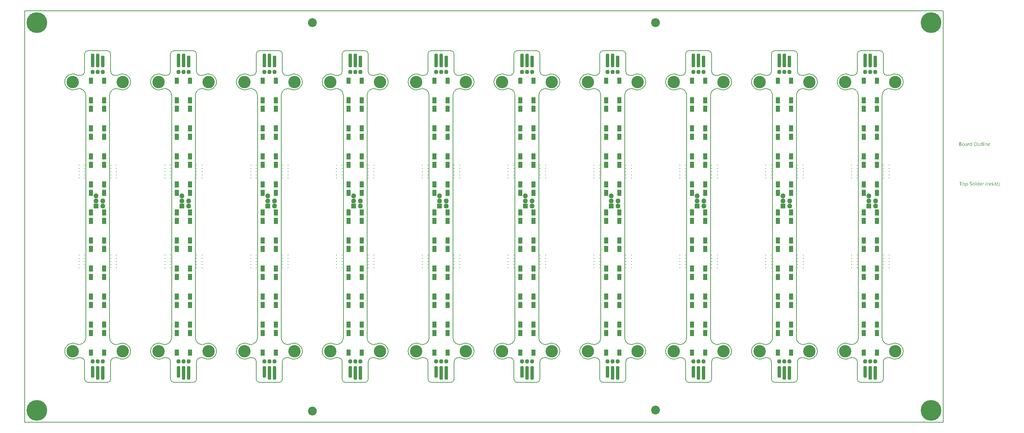
<source format=gts>
G04*
G04 #@! TF.GenerationSoftware,Altium Limited,Altium Designer,21.8.1 (53)*
G04*
G04 Layer_Color=8388736*
%FSAX25Y25*%
%MOIN*%
G70*
G04*
G04 #@! TF.SameCoordinates,AD8986AE-68BC-4F7F-9B8F-024DBDB40C31*
G04*
G04*
G04 #@! TF.FilePolarity,Negative*
G04*
G01*
G75*
G04:AMPARAMS|DCode=12|XSize=35.43mil|YSize=135.83mil|CornerRadius=13.82mil|HoleSize=0mil|Usage=FLASHONLY|Rotation=0.000|XOffset=0mil|YOffset=0mil|HoleType=Round|Shape=RoundedRectangle|*
%AMROUNDEDRECTD12*
21,1,0.03543,0.10819,0,0,0.0*
21,1,0.00780,0.13583,0,0,0.0*
1,1,0.02764,0.00390,-0.05409*
1,1,0.02764,-0.00390,-0.05409*
1,1,0.02764,-0.00390,0.05409*
1,1,0.02764,0.00390,0.05409*
%
%ADD12ROUNDEDRECTD12*%
G04:AMPARAMS|DCode=13|XSize=35.43mil|YSize=116.14mil|CornerRadius=13.82mil|HoleSize=0mil|Usage=FLASHONLY|Rotation=0.000|XOffset=0mil|YOffset=0mil|HoleType=Round|Shape=RoundedRectangle|*
%AMROUNDEDRECTD13*
21,1,0.03543,0.08850,0,0,0.0*
21,1,0.00780,0.11614,0,0,0.0*
1,1,0.02764,0.00390,-0.04425*
1,1,0.02764,-0.00390,-0.04425*
1,1,0.02764,-0.00390,0.04425*
1,1,0.02764,0.00390,0.04425*
%
%ADD13ROUNDEDRECTD13*%
%ADD15C,0.00787*%
%ADD22C,0.04331*%
%ADD38C,0.08674*%
%ADD39R,0.04134X0.06496*%
%ADD40C,0.00800*%
%ADD41C,0.20485*%
%ADD42C,0.04961*%
%ADD43R,0.04961X0.04961*%
%ADD44C,0.12205*%
%ADD45C,0.00591*%
G36*
X0926178Y0256771D02*
X0926202D01*
X0926258Y0256747D01*
X0926289Y0256728D01*
X0926320Y0256703D01*
X0926326Y0256697D01*
X0926332Y0256691D01*
X0926363Y0256654D01*
X0926388Y0256592D01*
X0926394Y0256555D01*
X0926400Y0256518D01*
Y0256511D01*
Y0256499D01*
X0926394Y0256480D01*
X0926388Y0256456D01*
X0926369Y0256394D01*
X0926345Y0256363D01*
X0926320Y0256332D01*
X0926314D01*
X0926308Y0256319D01*
X0926270Y0256295D01*
X0926215Y0256270D01*
X0926178Y0256264D01*
X0926140Y0256258D01*
X0926122D01*
X0926103Y0256264D01*
X0926079D01*
X0926017Y0256289D01*
X0925986Y0256301D01*
X0925955Y0256326D01*
Y0256332D01*
X0925942Y0256338D01*
X0925930Y0256357D01*
X0925918Y0256375D01*
X0925893Y0256437D01*
X0925887Y0256474D01*
X0925881Y0256518D01*
Y0256524D01*
Y0256536D01*
X0925887Y0256555D01*
X0925893Y0256586D01*
X0925911Y0256641D01*
X0925930Y0256672D01*
X0925955Y0256703D01*
X0925961Y0256710D01*
X0925967Y0256716D01*
X0926004Y0256740D01*
X0926066Y0256765D01*
X0926103Y0256778D01*
X0926159D01*
X0926178Y0256771D01*
D02*
G37*
G36*
X0914188Y0253107D02*
X0913785D01*
Y0253528D01*
X0913773D01*
Y0253522D01*
X0913760Y0253509D01*
X0913742Y0253485D01*
X0913723Y0253453D01*
X0913692Y0253416D01*
X0913655Y0253379D01*
X0913612Y0253336D01*
X0913562Y0253293D01*
X0913507Y0253243D01*
X0913439Y0253200D01*
X0913371Y0253163D01*
X0913290Y0253126D01*
X0913210Y0253095D01*
X0913117Y0253070D01*
X0913018Y0253057D01*
X0912912Y0253051D01*
X0912869D01*
X0912832Y0253057D01*
X0912795Y0253064D01*
X0912745Y0253070D01*
X0912640Y0253095D01*
X0912516Y0253132D01*
X0912392Y0253194D01*
X0912324Y0253231D01*
X0912269Y0253274D01*
X0912207Y0253330D01*
X0912151Y0253385D01*
Y0253392D01*
X0912139Y0253404D01*
X0912126Y0253423D01*
X0912108Y0253447D01*
X0912089Y0253478D01*
X0912064Y0253522D01*
X0912040Y0253571D01*
X0912015Y0253627D01*
X0911984Y0253689D01*
X0911959Y0253757D01*
X0911934Y0253831D01*
X0911916Y0253912D01*
X0911897Y0253998D01*
X0911885Y0254097D01*
X0911879Y0254196D01*
X0911872Y0254302D01*
Y0254308D01*
Y0254326D01*
Y0254363D01*
X0911879Y0254407D01*
X0911885Y0254456D01*
X0911891Y0254518D01*
X0911897Y0254586D01*
X0911910Y0254661D01*
X0911947Y0254821D01*
X0912002Y0254989D01*
X0912040Y0255069D01*
X0912083Y0255150D01*
X0912126Y0255224D01*
X0912182Y0255298D01*
X0912188Y0255304D01*
X0912194Y0255317D01*
X0912213Y0255335D01*
X0912238Y0255360D01*
X0912269Y0255385D01*
X0912312Y0255416D01*
X0912355Y0255453D01*
X0912405Y0255490D01*
X0912529Y0255558D01*
X0912671Y0255620D01*
X0912751Y0255639D01*
X0912838Y0255657D01*
X0912925Y0255669D01*
X0913024Y0255676D01*
X0913073D01*
X0913111Y0255669D01*
X0913148Y0255663D01*
X0913197Y0255657D01*
X0913309Y0255626D01*
X0913432Y0255577D01*
X0913494Y0255546D01*
X0913556Y0255502D01*
X0913618Y0255459D01*
X0913674Y0255403D01*
X0913723Y0255342D01*
X0913773Y0255267D01*
X0913785D01*
Y0256827D01*
X0914188D01*
Y0253107D01*
D02*
G37*
G36*
X0928456Y0255669D02*
X0928530Y0255663D01*
X0928623Y0255645D01*
X0928722Y0255614D01*
X0928827Y0255564D01*
X0928932Y0255496D01*
X0928975Y0255459D01*
X0929019Y0255410D01*
X0929031Y0255397D01*
X0929056Y0255360D01*
X0929087Y0255298D01*
X0929130Y0255211D01*
X0929167Y0255106D01*
X0929204Y0254976D01*
X0929229Y0254821D01*
X0929235Y0254642D01*
Y0253107D01*
X0928833D01*
Y0254537D01*
Y0254543D01*
Y0254574D01*
X0928827Y0254611D01*
Y0254661D01*
X0928815Y0254722D01*
X0928802Y0254791D01*
X0928784Y0254865D01*
X0928759Y0254939D01*
X0928728Y0255013D01*
X0928691Y0255082D01*
X0928641Y0255150D01*
X0928586Y0255211D01*
X0928524Y0255261D01*
X0928443Y0255298D01*
X0928356Y0255329D01*
X0928251Y0255335D01*
X0928239D01*
X0928202Y0255329D01*
X0928146Y0255323D01*
X0928078Y0255304D01*
X0927997Y0255280D01*
X0927911Y0255236D01*
X0927830Y0255181D01*
X0927750Y0255106D01*
X0927744Y0255094D01*
X0927719Y0255069D01*
X0927688Y0255020D01*
X0927651Y0254952D01*
X0927614Y0254871D01*
X0927583Y0254772D01*
X0927558Y0254661D01*
X0927552Y0254537D01*
Y0253107D01*
X0927149D01*
Y0255620D01*
X0927552D01*
Y0255199D01*
X0927564D01*
X0927570Y0255205D01*
X0927577Y0255218D01*
X0927595Y0255242D01*
X0927620Y0255273D01*
X0927645Y0255311D01*
X0927682Y0255348D01*
X0927725Y0255391D01*
X0927775Y0255440D01*
X0927830Y0255484D01*
X0927892Y0255527D01*
X0927960Y0255564D01*
X0928035Y0255602D01*
X0928109Y0255632D01*
X0928195Y0255657D01*
X0928288Y0255669D01*
X0928387Y0255676D01*
X0928424D01*
X0928456Y0255669D01*
D02*
G37*
G36*
X0911458Y0255657D02*
X0911532Y0255651D01*
X0911575Y0255639D01*
X0911606Y0255626D01*
Y0255211D01*
X0911600Y0255218D01*
X0911588Y0255224D01*
X0911563Y0255236D01*
X0911532Y0255255D01*
X0911489Y0255267D01*
X0911433Y0255280D01*
X0911371Y0255286D01*
X0911303Y0255292D01*
X0911291D01*
X0911260Y0255286D01*
X0911210Y0255280D01*
X0911154Y0255261D01*
X0911080Y0255230D01*
X0911012Y0255187D01*
X0910938Y0255125D01*
X0910870Y0255044D01*
X0910863Y0255032D01*
X0910845Y0255001D01*
X0910814Y0254945D01*
X0910783Y0254871D01*
X0910752Y0254778D01*
X0910721Y0254661D01*
X0910703Y0254531D01*
X0910696Y0254382D01*
Y0253107D01*
X0910294D01*
Y0255620D01*
X0910696D01*
Y0255100D01*
X0910709D01*
Y0255106D01*
X0910715Y0255112D01*
X0910727Y0255143D01*
X0910746Y0255193D01*
X0910777Y0255255D01*
X0910808Y0255317D01*
X0910857Y0255385D01*
X0910907Y0255453D01*
X0910969Y0255515D01*
X0910975Y0255521D01*
X0911000Y0255540D01*
X0911037Y0255564D01*
X0911086Y0255589D01*
X0911142Y0255614D01*
X0911210Y0255639D01*
X0911284Y0255657D01*
X0911365Y0255663D01*
X0911421D01*
X0911458Y0255657D01*
D02*
G37*
G36*
X0922197Y0253107D02*
X0921795D01*
Y0253503D01*
X0921783D01*
Y0253497D01*
X0921770Y0253485D01*
X0921758Y0253460D01*
X0921733Y0253435D01*
X0921677Y0253361D01*
X0921591Y0253280D01*
X0921541Y0253237D01*
X0921486Y0253194D01*
X0921424Y0253156D01*
X0921349Y0253119D01*
X0921275Y0253095D01*
X0921195Y0253070D01*
X0921102Y0253057D01*
X0921009Y0253051D01*
X0920972D01*
X0920928Y0253057D01*
X0920866Y0253070D01*
X0920798Y0253082D01*
X0920724Y0253107D01*
X0920644Y0253138D01*
X0920563Y0253187D01*
X0920477Y0253243D01*
X0920396Y0253311D01*
X0920322Y0253398D01*
X0920254Y0253503D01*
X0920192Y0253621D01*
X0920148Y0253763D01*
X0920124Y0253930D01*
X0920111Y0254017D01*
Y0254116D01*
Y0255620D01*
X0920508D01*
Y0254178D01*
Y0254172D01*
Y0254147D01*
X0920514Y0254103D01*
X0920520Y0254054D01*
X0920526Y0253992D01*
X0920539Y0253930D01*
X0920557Y0253856D01*
X0920582Y0253782D01*
X0920619Y0253707D01*
X0920656Y0253639D01*
X0920706Y0253571D01*
X0920767Y0253509D01*
X0920836Y0253460D01*
X0920916Y0253423D01*
X0921015Y0253392D01*
X0921120Y0253385D01*
X0921133D01*
X0921170Y0253392D01*
X0921226Y0253398D01*
X0921288Y0253410D01*
X0921368Y0253441D01*
X0921448Y0253478D01*
X0921529Y0253528D01*
X0921603Y0253602D01*
X0921609Y0253614D01*
X0921634Y0253639D01*
X0921665Y0253689D01*
X0921702Y0253757D01*
X0921733Y0253837D01*
X0921764Y0253936D01*
X0921789Y0254048D01*
X0921795Y0254172D01*
Y0255620D01*
X0922197D01*
Y0253107D01*
D02*
G37*
G36*
X0926332D02*
X0925930D01*
Y0255620D01*
X0926332D01*
Y0253107D01*
D02*
G37*
G36*
X0925113D02*
X0924710D01*
Y0256827D01*
X0925113D01*
Y0253107D01*
D02*
G37*
G36*
X0908734Y0255669D02*
X0908790Y0255663D01*
X0908858Y0255645D01*
X0908932Y0255626D01*
X0909013Y0255595D01*
X0909099Y0255558D01*
X0909180Y0255509D01*
X0909260Y0255447D01*
X0909335Y0255372D01*
X0909403Y0255280D01*
X0909458Y0255174D01*
X0909502Y0255051D01*
X0909527Y0254908D01*
X0909539Y0254741D01*
Y0253107D01*
X0909136D01*
Y0253497D01*
X0909124D01*
Y0253491D01*
X0909112Y0253478D01*
X0909099Y0253453D01*
X0909075Y0253429D01*
X0909013Y0253355D01*
X0908932Y0253274D01*
X0908821Y0253194D01*
X0908691Y0253119D01*
X0908610Y0253095D01*
X0908530Y0253070D01*
X0908443Y0253057D01*
X0908350Y0253051D01*
X0908313D01*
X0908288Y0253057D01*
X0908220Y0253064D01*
X0908140Y0253076D01*
X0908041Y0253101D01*
X0907948Y0253132D01*
X0907849Y0253181D01*
X0907762Y0253243D01*
X0907756Y0253256D01*
X0907731Y0253280D01*
X0907694Y0253324D01*
X0907657Y0253385D01*
X0907620Y0253460D01*
X0907583Y0253546D01*
X0907558Y0253652D01*
X0907552Y0253769D01*
Y0253775D01*
Y0253800D01*
X0907558Y0253837D01*
X0907564Y0253881D01*
X0907577Y0253936D01*
X0907595Y0253998D01*
X0907620Y0254066D01*
X0907657Y0254134D01*
X0907700Y0254209D01*
X0907756Y0254283D01*
X0907824Y0254351D01*
X0907905Y0254413D01*
X0907998Y0254475D01*
X0908109Y0254524D01*
X0908233Y0254561D01*
X0908381Y0254592D01*
X0909136Y0254698D01*
Y0254704D01*
Y0254722D01*
X0909130Y0254760D01*
Y0254797D01*
X0909118Y0254846D01*
X0909112Y0254902D01*
X0909075Y0255020D01*
X0909044Y0255075D01*
X0909013Y0255131D01*
X0908969Y0255187D01*
X0908920Y0255236D01*
X0908858Y0255280D01*
X0908790Y0255311D01*
X0908709Y0255329D01*
X0908617Y0255335D01*
X0908573D01*
X0908542Y0255329D01*
X0908499D01*
X0908456Y0255317D01*
X0908344Y0255298D01*
X0908220Y0255261D01*
X0908084Y0255205D01*
X0908010Y0255168D01*
X0907942Y0255131D01*
X0907868Y0255082D01*
X0907800Y0255026D01*
Y0255440D01*
X0907806D01*
X0907818Y0255453D01*
X0907837Y0255465D01*
X0907868Y0255478D01*
X0907899Y0255496D01*
X0907942Y0255515D01*
X0907991Y0255533D01*
X0908047Y0255558D01*
X0908171Y0255602D01*
X0908319Y0255639D01*
X0908480Y0255663D01*
X0908654Y0255676D01*
X0908691D01*
X0908734Y0255669D01*
D02*
G37*
G36*
X0903045Y0256617D02*
X0903089D01*
X0903132Y0256610D01*
X0903231Y0256598D01*
X0903349Y0256567D01*
X0903473Y0256530D01*
X0903590Y0256474D01*
X0903695Y0256400D01*
X0903702D01*
X0903708Y0256388D01*
X0903739Y0256363D01*
X0903782Y0256313D01*
X0903832Y0256245D01*
X0903875Y0256159D01*
X0903918Y0256060D01*
X0903949Y0255948D01*
X0903962Y0255886D01*
Y0255818D01*
Y0255812D01*
Y0255806D01*
Y0255769D01*
X0903955Y0255713D01*
X0903943Y0255645D01*
X0903924Y0255558D01*
X0903894Y0255471D01*
X0903856Y0255385D01*
X0903801Y0255298D01*
X0903794Y0255286D01*
X0903770Y0255261D01*
X0903733Y0255224D01*
X0903683Y0255174D01*
X0903621Y0255125D01*
X0903547Y0255069D01*
X0903454Y0255026D01*
X0903355Y0254982D01*
Y0254976D01*
X0903374D01*
X0903392Y0254970D01*
X0903411Y0254964D01*
X0903479Y0254952D01*
X0903559Y0254927D01*
X0903646Y0254890D01*
X0903739Y0254846D01*
X0903832Y0254784D01*
X0903918Y0254704D01*
X0903931Y0254692D01*
X0903955Y0254661D01*
X0903986Y0254617D01*
X0904030Y0254549D01*
X0904067Y0254463D01*
X0904104Y0254363D01*
X0904129Y0254246D01*
X0904135Y0254116D01*
Y0254110D01*
Y0254097D01*
Y0254072D01*
X0904129Y0254042D01*
X0904123Y0254004D01*
X0904116Y0253961D01*
X0904092Y0253856D01*
X0904055Y0253738D01*
X0903999Y0253614D01*
X0903962Y0253559D01*
X0903918Y0253497D01*
X0903863Y0253441D01*
X0903807Y0253385D01*
X0903801D01*
X0903794Y0253373D01*
X0903776Y0253361D01*
X0903751Y0253342D01*
X0903720Y0253324D01*
X0903677Y0253299D01*
X0903584Y0253249D01*
X0903467Y0253194D01*
X0903330Y0253150D01*
X0903169Y0253119D01*
X0903089Y0253113D01*
X0902996Y0253107D01*
X0901968D01*
Y0256623D01*
X0903015D01*
X0903045Y0256617D01*
D02*
G37*
G36*
X0923541Y0255620D02*
X0924178D01*
Y0255273D01*
X0923541D01*
Y0253856D01*
Y0253843D01*
Y0253813D01*
X0923547Y0253769D01*
X0923553Y0253713D01*
X0923578Y0253596D01*
X0923596Y0253540D01*
X0923627Y0253497D01*
X0923633Y0253491D01*
X0923646Y0253478D01*
X0923664Y0253466D01*
X0923695Y0253447D01*
X0923732Y0253423D01*
X0923782Y0253410D01*
X0923844Y0253398D01*
X0923912Y0253392D01*
X0923937D01*
X0923968Y0253398D01*
X0924005Y0253404D01*
X0924092Y0253429D01*
X0924135Y0253447D01*
X0924178Y0253472D01*
Y0253126D01*
X0924172D01*
X0924153Y0253113D01*
X0924123Y0253107D01*
X0924079Y0253095D01*
X0924024Y0253082D01*
X0923962Y0253070D01*
X0923887Y0253064D01*
X0923801Y0253057D01*
X0923770D01*
X0923739Y0253064D01*
X0923695Y0253070D01*
X0923646Y0253082D01*
X0923590Y0253095D01*
X0923534Y0253119D01*
X0923472Y0253150D01*
X0923411Y0253187D01*
X0923349Y0253237D01*
X0923293Y0253293D01*
X0923244Y0253367D01*
X0923200Y0253447D01*
X0923169Y0253546D01*
X0923145Y0253658D01*
X0923138Y0253788D01*
Y0255273D01*
X0922711D01*
Y0255620D01*
X0923138D01*
Y0256233D01*
X0923541Y0256363D01*
Y0255620D01*
D02*
G37*
G36*
X0931068Y0255669D02*
X0931111Y0255663D01*
X0931154Y0255657D01*
X0931266Y0255639D01*
X0931390Y0255595D01*
X0931513Y0255540D01*
X0931575Y0255502D01*
X0931637Y0255459D01*
X0931693Y0255410D01*
X0931749Y0255354D01*
X0931755Y0255348D01*
X0931761Y0255342D01*
X0931773Y0255323D01*
X0931792Y0255298D01*
X0931810Y0255261D01*
X0931835Y0255224D01*
X0931860Y0255181D01*
X0931885Y0255125D01*
X0931909Y0255063D01*
X0931934Y0255001D01*
X0931959Y0254927D01*
X0931978Y0254846D01*
X0931996Y0254760D01*
X0932008Y0254673D01*
X0932021Y0254574D01*
Y0254469D01*
Y0254258D01*
X0930244D01*
Y0254252D01*
Y0254240D01*
Y0254221D01*
X0930251Y0254190D01*
X0930257Y0254153D01*
Y0254116D01*
X0930275Y0254017D01*
X0930306Y0253918D01*
X0930343Y0253806D01*
X0930399Y0253701D01*
X0930467Y0253608D01*
X0930480Y0253596D01*
X0930504Y0253571D01*
X0930554Y0253540D01*
X0930622Y0253497D01*
X0930709Y0253453D01*
X0930808Y0253423D01*
X0930925Y0253398D01*
X0931061Y0253385D01*
X0931105D01*
X0931136Y0253392D01*
X0931173D01*
X0931216Y0253398D01*
X0931322Y0253423D01*
X0931439Y0253453D01*
X0931569Y0253503D01*
X0931705Y0253571D01*
X0931773Y0253614D01*
X0931841Y0253664D01*
Y0253286D01*
X0931835D01*
X0931829Y0253274D01*
X0931810Y0253268D01*
X0931779Y0253249D01*
X0931749Y0253231D01*
X0931711Y0253212D01*
X0931662Y0253194D01*
X0931612Y0253169D01*
X0931551Y0253144D01*
X0931482Y0253126D01*
X0931334Y0253088D01*
X0931161Y0253064D01*
X0930969Y0253051D01*
X0930919D01*
X0930882Y0253057D01*
X0930839Y0253064D01*
X0930783Y0253070D01*
X0930665Y0253095D01*
X0930529Y0253132D01*
X0930393Y0253194D01*
X0930325Y0253237D01*
X0930257Y0253280D01*
X0930195Y0253330D01*
X0930133Y0253392D01*
X0930127Y0253398D01*
X0930121Y0253410D01*
X0930108Y0253429D01*
X0930083Y0253453D01*
X0930065Y0253491D01*
X0930040Y0253534D01*
X0930009Y0253584D01*
X0929984Y0253639D01*
X0929953Y0253701D01*
X0929929Y0253775D01*
X0929898Y0253856D01*
X0929879Y0253942D01*
X0929861Y0254035D01*
X0929842Y0254134D01*
X0929836Y0254240D01*
X0929830Y0254351D01*
Y0254357D01*
Y0254376D01*
Y0254407D01*
X0929836Y0254450D01*
X0929842Y0254500D01*
X0929848Y0254555D01*
X0929854Y0254623D01*
X0929873Y0254692D01*
X0929910Y0254840D01*
X0929966Y0255001D01*
X0930003Y0255082D01*
X0930052Y0255156D01*
X0930102Y0255236D01*
X0930158Y0255304D01*
X0930164Y0255311D01*
X0930176Y0255323D01*
X0930195Y0255342D01*
X0930220Y0255360D01*
X0930251Y0255391D01*
X0930288Y0255422D01*
X0930337Y0255453D01*
X0930387Y0255490D01*
X0930504Y0255558D01*
X0930647Y0255620D01*
X0930727Y0255639D01*
X0930808Y0255657D01*
X0930894Y0255669D01*
X0930987Y0255676D01*
X0931037D01*
X0931068Y0255669D01*
D02*
G37*
G36*
X0918025Y0256679D02*
X0918087Y0256672D01*
X0918161Y0256660D01*
X0918242Y0256641D01*
X0918329Y0256623D01*
X0918415Y0256598D01*
X0918514Y0256567D01*
X0918607Y0256524D01*
X0918706Y0256474D01*
X0918805Y0256418D01*
X0918898Y0256350D01*
X0918991Y0256276D01*
X0919078Y0256189D01*
X0919084Y0256183D01*
X0919096Y0256165D01*
X0919121Y0256140D01*
X0919146Y0256103D01*
X0919183Y0256053D01*
X0919220Y0255991D01*
X0919257Y0255923D01*
X0919300Y0255849D01*
X0919344Y0255756D01*
X0919381Y0255663D01*
X0919418Y0255558D01*
X0919455Y0255440D01*
X0919480Y0255323D01*
X0919505Y0255193D01*
X0919517Y0255051D01*
X0919523Y0254908D01*
Y0254896D01*
Y0254871D01*
Y0254828D01*
X0919517Y0254766D01*
X0919511Y0254692D01*
X0919499Y0254611D01*
X0919486Y0254518D01*
X0919468Y0254413D01*
X0919443Y0254308D01*
X0919412Y0254196D01*
X0919375Y0254085D01*
X0919331Y0253974D01*
X0919276Y0253856D01*
X0919214Y0253751D01*
X0919146Y0253645D01*
X0919065Y0253546D01*
X0919059Y0253540D01*
X0919047Y0253528D01*
X0919016Y0253503D01*
X0918985Y0253472D01*
X0918935Y0253429D01*
X0918880Y0253392D01*
X0918818Y0253342D01*
X0918743Y0253299D01*
X0918663Y0253256D01*
X0918570Y0253206D01*
X0918471Y0253169D01*
X0918360Y0253132D01*
X0918242Y0253095D01*
X0918118Y0253070D01*
X0917988Y0253057D01*
X0917846Y0253051D01*
X0917815D01*
X0917772Y0253057D01*
X0917722D01*
X0917660Y0253064D01*
X0917586Y0253076D01*
X0917505Y0253095D01*
X0917412Y0253113D01*
X0917320Y0253138D01*
X0917221Y0253169D01*
X0917122Y0253212D01*
X0917023Y0253256D01*
X0916924Y0253311D01*
X0916825Y0253379D01*
X0916732Y0253453D01*
X0916645Y0253540D01*
X0916639Y0253546D01*
X0916626Y0253565D01*
X0916602Y0253590D01*
X0916577Y0253627D01*
X0916540Y0253676D01*
X0916503Y0253738D01*
X0916465Y0253806D01*
X0916422Y0253887D01*
X0916379Y0253974D01*
X0916342Y0254066D01*
X0916304Y0254172D01*
X0916267Y0254289D01*
X0916243Y0254407D01*
X0916218Y0254537D01*
X0916206Y0254679D01*
X0916199Y0254821D01*
Y0254834D01*
Y0254859D01*
X0916206Y0254902D01*
Y0254964D01*
X0916212Y0255032D01*
X0916224Y0255119D01*
X0916236Y0255211D01*
X0916255Y0255311D01*
X0916280Y0255416D01*
X0916311Y0255527D01*
X0916348Y0255639D01*
X0916391Y0255750D01*
X0916447Y0255861D01*
X0916509Y0255973D01*
X0916577Y0256078D01*
X0916657Y0256177D01*
X0916663Y0256183D01*
X0916676Y0256202D01*
X0916707Y0256227D01*
X0916744Y0256258D01*
X0916787Y0256295D01*
X0916843Y0256338D01*
X0916911Y0256381D01*
X0916985Y0256431D01*
X0917072Y0256480D01*
X0917165Y0256524D01*
X0917264Y0256567D01*
X0917375Y0256604D01*
X0917499Y0256635D01*
X0917629Y0256666D01*
X0917765Y0256679D01*
X0917908Y0256685D01*
X0917976D01*
X0918025Y0256679D01*
D02*
G37*
G36*
X0905998Y0255669D02*
X0906042Y0255663D01*
X0906097Y0255657D01*
X0906221Y0255632D01*
X0906363Y0255589D01*
X0906506Y0255527D01*
X0906580Y0255490D01*
X0906648Y0255447D01*
X0906716Y0255391D01*
X0906778Y0255329D01*
X0906784Y0255323D01*
X0906791Y0255311D01*
X0906809Y0255292D01*
X0906828Y0255267D01*
X0906852Y0255230D01*
X0906877Y0255187D01*
X0906908Y0255137D01*
X0906939Y0255082D01*
X0906964Y0255013D01*
X0906995Y0254945D01*
X0907020Y0254865D01*
X0907044Y0254778D01*
X0907063Y0254685D01*
X0907081Y0254586D01*
X0907088Y0254481D01*
X0907094Y0254370D01*
Y0254363D01*
Y0254345D01*
Y0254314D01*
X0907088Y0254271D01*
X0907081Y0254221D01*
X0907075Y0254159D01*
X0907063Y0254097D01*
X0907051Y0254023D01*
X0907013Y0253874D01*
X0906951Y0253713D01*
X0906914Y0253633D01*
X0906865Y0253553D01*
X0906815Y0253478D01*
X0906753Y0253410D01*
X0906747Y0253404D01*
X0906735Y0253398D01*
X0906716Y0253379D01*
X0906691Y0253355D01*
X0906654Y0253330D01*
X0906617Y0253299D01*
X0906568Y0253262D01*
X0906512Y0253231D01*
X0906450Y0253200D01*
X0906382Y0253163D01*
X0906308Y0253132D01*
X0906227Y0253107D01*
X0906141Y0253082D01*
X0906048Y0253070D01*
X0905949Y0253057D01*
X0905843Y0253051D01*
X0905788D01*
X0905751Y0253057D01*
X0905707Y0253064D01*
X0905651Y0253070D01*
X0905590Y0253082D01*
X0905521Y0253095D01*
X0905379Y0253138D01*
X0905231Y0253200D01*
X0905156Y0253237D01*
X0905088Y0253286D01*
X0905020Y0253336D01*
X0904952Y0253398D01*
X0904946Y0253404D01*
X0904940Y0253416D01*
X0904921Y0253435D01*
X0904902Y0253460D01*
X0904878Y0253497D01*
X0904847Y0253540D01*
X0904816Y0253590D01*
X0904791Y0253645D01*
X0904760Y0253713D01*
X0904729Y0253782D01*
X0904698Y0253856D01*
X0904673Y0253942D01*
X0904636Y0254128D01*
X0904630Y0254227D01*
X0904624Y0254332D01*
Y0254339D01*
Y0254363D01*
Y0254394D01*
X0904630Y0254438D01*
X0904636Y0254487D01*
X0904643Y0254549D01*
X0904655Y0254617D01*
X0904667Y0254692D01*
X0904704Y0254853D01*
X0904766Y0255013D01*
X0904810Y0255094D01*
X0904853Y0255174D01*
X0904902Y0255249D01*
X0904964Y0255317D01*
X0904971Y0255323D01*
X0904983Y0255335D01*
X0905002Y0255348D01*
X0905026Y0255372D01*
X0905064Y0255397D01*
X0905107Y0255428D01*
X0905156Y0255465D01*
X0905212Y0255496D01*
X0905274Y0255527D01*
X0905348Y0255564D01*
X0905422Y0255595D01*
X0905509Y0255620D01*
X0905596Y0255645D01*
X0905695Y0255663D01*
X0905800Y0255669D01*
X0905905Y0255676D01*
X0905961D01*
X0905998Y0255669D01*
D02*
G37*
G36*
X0935995Y0217709D02*
X0936020D01*
X0936075Y0217685D01*
X0936106Y0217666D01*
X0936137Y0217641D01*
X0936143Y0217635D01*
X0936150Y0217629D01*
X0936181Y0217592D01*
X0936205Y0217530D01*
X0936212Y0217493D01*
X0936218Y0217456D01*
Y0217449D01*
Y0217437D01*
X0936212Y0217419D01*
X0936205Y0217394D01*
X0936187Y0217332D01*
X0936162Y0217301D01*
X0936137Y0217270D01*
X0936131D01*
X0936125Y0217258D01*
X0936088Y0217233D01*
X0936032Y0217208D01*
X0935995Y0217202D01*
X0935958Y0217196D01*
X0935939D01*
X0935921Y0217202D01*
X0935896D01*
X0935834Y0217227D01*
X0935803Y0217239D01*
X0935772Y0217264D01*
Y0217270D01*
X0935760Y0217276D01*
X0935747Y0217295D01*
X0935735Y0217313D01*
X0935710Y0217375D01*
X0935704Y0217412D01*
X0935698Y0217456D01*
Y0217462D01*
Y0217474D01*
X0935704Y0217493D01*
X0935710Y0217524D01*
X0935729Y0217580D01*
X0935747Y0217611D01*
X0935772Y0217641D01*
X0935778Y0217648D01*
X0935784Y0217654D01*
X0935822Y0217679D01*
X0935884Y0217703D01*
X0935921Y0217716D01*
X0935976D01*
X0935995Y0217709D01*
D02*
G37*
G36*
X0913426Y0217617D02*
X0913476D01*
X0913587Y0217604D01*
X0913711Y0217592D01*
X0913835Y0217567D01*
X0913952Y0217536D01*
X0914002Y0217518D01*
X0914051Y0217493D01*
Y0217029D01*
X0914045D01*
X0914039Y0217041D01*
X0914020Y0217047D01*
X0913996Y0217066D01*
X0913965Y0217078D01*
X0913928Y0217097D01*
X0913835Y0217140D01*
X0913723Y0217177D01*
X0913587Y0217214D01*
X0913426Y0217239D01*
X0913253Y0217245D01*
X0913203D01*
X0913166Y0217239D01*
X0913129D01*
X0913079Y0217233D01*
X0912980Y0217214D01*
X0912974D01*
X0912956Y0217208D01*
X0912931Y0217202D01*
X0912900Y0217196D01*
X0912826Y0217165D01*
X0912739Y0217128D01*
X0912733D01*
X0912720Y0217115D01*
X0912702Y0217103D01*
X0912677Y0217084D01*
X0912621Y0217029D01*
X0912566Y0216961D01*
Y0216954D01*
X0912553Y0216942D01*
X0912547Y0216923D01*
X0912535Y0216892D01*
X0912522Y0216855D01*
X0912516Y0216818D01*
X0912504Y0216719D01*
Y0216713D01*
Y0216694D01*
Y0216670D01*
X0912510Y0216639D01*
X0912522Y0216564D01*
X0912553Y0216484D01*
Y0216478D01*
X0912566Y0216465D01*
X0912572Y0216447D01*
X0912591Y0216422D01*
X0912640Y0216366D01*
X0912702Y0216304D01*
X0912708Y0216298D01*
X0912720Y0216292D01*
X0912739Y0216273D01*
X0912770Y0216255D01*
X0912807Y0216230D01*
X0912844Y0216205D01*
X0912943Y0216143D01*
X0912949Y0216137D01*
X0912968Y0216131D01*
X0912999Y0216112D01*
X0913036Y0216094D01*
X0913086Y0216069D01*
X0913141Y0216044D01*
X0913265Y0215983D01*
X0913271Y0215976D01*
X0913296Y0215964D01*
X0913333Y0215945D01*
X0913383Y0215921D01*
X0913439Y0215896D01*
X0913500Y0215859D01*
X0913624Y0215784D01*
X0913630Y0215778D01*
X0913655Y0215766D01*
X0913686Y0215747D01*
X0913729Y0215716D01*
X0913822Y0215642D01*
X0913921Y0215555D01*
X0913928Y0215549D01*
X0913946Y0215537D01*
X0913965Y0215506D01*
X0913996Y0215475D01*
X0914027Y0215432D01*
X0914064Y0215388D01*
X0914126Y0215277D01*
X0914132Y0215271D01*
X0914138Y0215252D01*
X0914150Y0215221D01*
X0914163Y0215178D01*
X0914175Y0215128D01*
X0914188Y0215066D01*
X0914200Y0215004D01*
Y0214930D01*
Y0214918D01*
Y0214887D01*
X0914194Y0214837D01*
X0914188Y0214775D01*
X0914175Y0214707D01*
X0914157Y0214633D01*
X0914132Y0214559D01*
X0914095Y0214491D01*
X0914089Y0214485D01*
X0914076Y0214460D01*
X0914051Y0214429D01*
X0914027Y0214386D01*
X0913983Y0214342D01*
X0913940Y0214293D01*
X0913884Y0214243D01*
X0913822Y0214194D01*
X0913816Y0214187D01*
X0913791Y0214175D01*
X0913754Y0214157D01*
X0913705Y0214132D01*
X0913649Y0214107D01*
X0913581Y0214082D01*
X0913500Y0214057D01*
X0913420Y0214039D01*
X0913408D01*
X0913383Y0214033D01*
X0913340Y0214026D01*
X0913278Y0214014D01*
X0913210Y0214008D01*
X0913129Y0213996D01*
X0913042Y0213989D01*
X0912894D01*
X0912826Y0213996D01*
X0912739Y0214002D01*
X0912720D01*
X0912696Y0214008D01*
X0912665Y0214014D01*
X0912584Y0214020D01*
X0912492Y0214039D01*
X0912485D01*
X0912467Y0214045D01*
X0912442Y0214051D01*
X0912411Y0214057D01*
X0912337Y0214076D01*
X0912250Y0214101D01*
X0912244D01*
X0912232Y0214107D01*
X0912213Y0214113D01*
X0912188Y0214125D01*
X0912126Y0214150D01*
X0912064Y0214187D01*
Y0214670D01*
X0912071Y0214664D01*
X0912083Y0214658D01*
X0912095Y0214646D01*
X0912120Y0214627D01*
X0912188Y0214584D01*
X0912269Y0214534D01*
X0912275D01*
X0912287Y0214528D01*
X0912312Y0214515D01*
X0912343Y0214503D01*
X0912423Y0214466D01*
X0912510Y0214435D01*
X0912516D01*
X0912535Y0214429D01*
X0912560Y0214423D01*
X0912591Y0214416D01*
X0912677Y0214392D01*
X0912770Y0214373D01*
X0912795D01*
X0912819Y0214367D01*
X0912850D01*
X0912925Y0214361D01*
X0913011Y0214354D01*
X0913073D01*
X0913141Y0214361D01*
X0913228Y0214373D01*
X0913321Y0214386D01*
X0913414Y0214410D01*
X0913500Y0214447D01*
X0913581Y0214491D01*
X0913587Y0214497D01*
X0913612Y0214515D01*
X0913643Y0214553D01*
X0913674Y0214596D01*
X0913711Y0214652D01*
X0913736Y0214726D01*
X0913760Y0214806D01*
X0913767Y0214899D01*
Y0214906D01*
Y0214924D01*
Y0214949D01*
X0913760Y0214986D01*
X0913742Y0215066D01*
X0913705Y0215147D01*
Y0215153D01*
X0913692Y0215165D01*
X0913680Y0215184D01*
X0913661Y0215209D01*
X0913606Y0215271D01*
X0913531Y0215339D01*
X0913525Y0215345D01*
X0913513Y0215357D01*
X0913488Y0215370D01*
X0913457Y0215394D01*
X0913420Y0215419D01*
X0913377Y0215450D01*
X0913271Y0215506D01*
X0913265Y0215512D01*
X0913247Y0215518D01*
X0913216Y0215537D01*
X0913172Y0215555D01*
X0913129Y0215586D01*
X0913073Y0215611D01*
X0912943Y0215679D01*
X0912937Y0215685D01*
X0912912Y0215698D01*
X0912875Y0215716D01*
X0912832Y0215735D01*
X0912782Y0215766D01*
X0912727Y0215797D01*
X0912603Y0215865D01*
X0912597Y0215871D01*
X0912578Y0215883D01*
X0912547Y0215902D01*
X0912510Y0215927D01*
X0912417Y0215995D01*
X0912324Y0216075D01*
X0912318Y0216082D01*
X0912306Y0216094D01*
X0912281Y0216119D01*
X0912256Y0216150D01*
X0912225Y0216193D01*
X0912194Y0216236D01*
X0912139Y0216335D01*
Y0216341D01*
X0912126Y0216360D01*
X0912120Y0216391D01*
X0912108Y0216434D01*
X0912095Y0216484D01*
X0912083Y0216546D01*
X0912077Y0216608D01*
X0912071Y0216682D01*
Y0216694D01*
Y0216725D01*
X0912077Y0216769D01*
X0912083Y0216824D01*
X0912095Y0216892D01*
X0912114Y0216961D01*
X0912139Y0217029D01*
X0912176Y0217097D01*
X0912182Y0217103D01*
X0912194Y0217128D01*
X0912219Y0217159D01*
X0912250Y0217202D01*
X0912287Y0217245D01*
X0912337Y0217295D01*
X0912392Y0217344D01*
X0912454Y0217388D01*
X0912461Y0217394D01*
X0912485Y0217406D01*
X0912522Y0217431D01*
X0912566Y0217456D01*
X0912628Y0217480D01*
X0912690Y0217511D01*
X0912764Y0217536D01*
X0912844Y0217561D01*
X0912857D01*
X0912881Y0217573D01*
X0912925Y0217580D01*
X0912987Y0217592D01*
X0913055Y0217604D01*
X0913129Y0217611D01*
X0913296Y0217623D01*
X0913383D01*
X0913426Y0217617D01*
D02*
G37*
G36*
X0921157Y0214045D02*
X0920755D01*
Y0214466D01*
X0920743D01*
Y0214460D01*
X0920730Y0214447D01*
X0920712Y0214423D01*
X0920693Y0214392D01*
X0920662Y0214354D01*
X0920625Y0214317D01*
X0920582Y0214274D01*
X0920532Y0214231D01*
X0920477Y0214181D01*
X0920409Y0214138D01*
X0920340Y0214101D01*
X0920260Y0214064D01*
X0920179Y0214033D01*
X0920087Y0214008D01*
X0919988Y0213996D01*
X0919882Y0213989D01*
X0919839D01*
X0919802Y0213996D01*
X0919765Y0214002D01*
X0919715Y0214008D01*
X0919610Y0214033D01*
X0919486Y0214070D01*
X0919362Y0214132D01*
X0919294Y0214169D01*
X0919239Y0214212D01*
X0919177Y0214268D01*
X0919121Y0214324D01*
Y0214330D01*
X0919109Y0214342D01*
X0919096Y0214361D01*
X0919078Y0214386D01*
X0919059Y0214416D01*
X0919034Y0214460D01*
X0919009Y0214509D01*
X0918985Y0214565D01*
X0918954Y0214627D01*
X0918929Y0214695D01*
X0918904Y0214769D01*
X0918886Y0214850D01*
X0918867Y0214936D01*
X0918855Y0215035D01*
X0918849Y0215135D01*
X0918842Y0215240D01*
Y0215246D01*
Y0215265D01*
Y0215302D01*
X0918849Y0215345D01*
X0918855Y0215394D01*
X0918861Y0215456D01*
X0918867Y0215524D01*
X0918880Y0215599D01*
X0918917Y0215760D01*
X0918972Y0215927D01*
X0919009Y0216007D01*
X0919053Y0216088D01*
X0919096Y0216162D01*
X0919152Y0216236D01*
X0919158Y0216243D01*
X0919164Y0216255D01*
X0919183Y0216273D01*
X0919208Y0216298D01*
X0919239Y0216323D01*
X0919282Y0216354D01*
X0919325Y0216391D01*
X0919375Y0216428D01*
X0919499Y0216496D01*
X0919641Y0216558D01*
X0919721Y0216577D01*
X0919808Y0216595D01*
X0919895Y0216608D01*
X0919994Y0216614D01*
X0920043D01*
X0920080Y0216608D01*
X0920118Y0216601D01*
X0920167Y0216595D01*
X0920278Y0216564D01*
X0920402Y0216515D01*
X0920464Y0216484D01*
X0920526Y0216441D01*
X0920588Y0216397D01*
X0920644Y0216341D01*
X0920693Y0216280D01*
X0920743Y0216205D01*
X0920755D01*
Y0217765D01*
X0921157D01*
Y0214045D01*
D02*
G37*
G36*
X0909211Y0216608D02*
X0909254Y0216601D01*
X0909297Y0216595D01*
X0909409Y0216571D01*
X0909533Y0216533D01*
X0909657Y0216472D01*
X0909718Y0216434D01*
X0909780Y0216385D01*
X0909836Y0216335D01*
X0909892Y0216273D01*
X0909898Y0216267D01*
X0909904Y0216261D01*
X0909916Y0216236D01*
X0909935Y0216212D01*
X0909954Y0216181D01*
X0909978Y0216137D01*
X0910003Y0216088D01*
X0910028Y0216038D01*
X0910053Y0215976D01*
X0910077Y0215908D01*
X0910102Y0215834D01*
X0910121Y0215754D01*
X0910152Y0215574D01*
X0910164Y0215475D01*
Y0215370D01*
Y0215364D01*
Y0215345D01*
Y0215308D01*
X0910158Y0215265D01*
Y0215215D01*
X0910145Y0215153D01*
X0910139Y0215085D01*
X0910127Y0215011D01*
X0910090Y0214850D01*
X0910034Y0214683D01*
X0909997Y0214602D01*
X0909960Y0214522D01*
X0909910Y0214441D01*
X0909855Y0214367D01*
X0909848Y0214361D01*
X0909842Y0214348D01*
X0909824Y0214330D01*
X0909799Y0214311D01*
X0909768Y0214280D01*
X0909731Y0214249D01*
X0909687Y0214212D01*
X0909638Y0214181D01*
X0909582Y0214144D01*
X0909520Y0214107D01*
X0909372Y0214051D01*
X0909291Y0214026D01*
X0909211Y0214008D01*
X0909118Y0213996D01*
X0909019Y0213989D01*
X0908969D01*
X0908938Y0213996D01*
X0908895Y0214002D01*
X0908852Y0214014D01*
X0908740Y0214039D01*
X0908623Y0214088D01*
X0908555Y0214125D01*
X0908493Y0214163D01*
X0908431Y0214212D01*
X0908375Y0214268D01*
X0908313Y0214330D01*
X0908264Y0214404D01*
X0908251D01*
Y0212894D01*
X0907849D01*
Y0216558D01*
X0908251D01*
Y0216112D01*
X0908264D01*
X0908270Y0216119D01*
X0908276Y0216137D01*
X0908295Y0216162D01*
X0908319Y0216193D01*
X0908350Y0216230D01*
X0908387Y0216273D01*
X0908431Y0216317D01*
X0908486Y0216366D01*
X0908542Y0216410D01*
X0908604Y0216453D01*
X0908678Y0216496D01*
X0908753Y0216533D01*
X0908839Y0216571D01*
X0908932Y0216595D01*
X0909025Y0216608D01*
X0909130Y0216614D01*
X0909180D01*
X0909211Y0216608D01*
D02*
G37*
G36*
X0937901D02*
X0937982Y0216601D01*
X0938069Y0216589D01*
X0938168Y0216564D01*
X0938267Y0216540D01*
X0938366Y0216502D01*
Y0216094D01*
X0938353Y0216100D01*
X0938316Y0216125D01*
X0938260Y0216150D01*
X0938186Y0216187D01*
X0938093Y0216218D01*
X0937982Y0216249D01*
X0937858Y0216267D01*
X0937728Y0216273D01*
X0937660D01*
X0937598Y0216261D01*
X0937524Y0216249D01*
X0937518D01*
X0937512Y0216243D01*
X0937474Y0216230D01*
X0937425Y0216205D01*
X0937369Y0216174D01*
X0937357Y0216168D01*
X0937332Y0216143D01*
X0937301Y0216106D01*
X0937270Y0216063D01*
X0937264Y0216051D01*
X0937251Y0216020D01*
X0937239Y0215976D01*
X0937233Y0215921D01*
Y0215914D01*
Y0215902D01*
Y0215883D01*
X0937239Y0215865D01*
X0937251Y0215809D01*
X0937270Y0215754D01*
X0937276Y0215741D01*
X0937295Y0215716D01*
X0937332Y0215679D01*
X0937375Y0215636D01*
X0937381D01*
X0937388Y0215630D01*
X0937425Y0215605D01*
X0937474Y0215574D01*
X0937542Y0215543D01*
X0937549D01*
X0937561Y0215537D01*
X0937580Y0215531D01*
X0937611Y0215518D01*
X0937679Y0215493D01*
X0937765Y0215456D01*
X0937771D01*
X0937796Y0215444D01*
X0937827Y0215432D01*
X0937864Y0215419D01*
X0937963Y0215376D01*
X0938062Y0215326D01*
X0938069D01*
X0938087Y0215314D01*
X0938112Y0215302D01*
X0938143Y0215283D01*
X0938217Y0215233D01*
X0938291Y0215172D01*
X0938298Y0215165D01*
X0938310Y0215159D01*
X0938322Y0215141D01*
X0938347Y0215116D01*
X0938390Y0215054D01*
X0938434Y0214973D01*
Y0214967D01*
X0938440Y0214955D01*
X0938452Y0214930D01*
X0938459Y0214899D01*
X0938471Y0214862D01*
X0938477Y0214819D01*
X0938483Y0214714D01*
Y0214707D01*
Y0214683D01*
X0938477Y0214646D01*
X0938471Y0214602D01*
X0938465Y0214553D01*
X0938446Y0214497D01*
X0938428Y0214447D01*
X0938397Y0214392D01*
X0938390Y0214386D01*
X0938384Y0214367D01*
X0938366Y0214342D01*
X0938341Y0214311D01*
X0938310Y0214274D01*
X0938273Y0214237D01*
X0938180Y0214163D01*
X0938174Y0214157D01*
X0938155Y0214150D01*
X0938130Y0214132D01*
X0938087Y0214113D01*
X0938044Y0214088D01*
X0937988Y0214070D01*
X0937932Y0214051D01*
X0937864Y0214033D01*
X0937858D01*
X0937833Y0214026D01*
X0937796Y0214020D01*
X0937753Y0214014D01*
X0937691Y0214002D01*
X0937629Y0213996D01*
X0937487Y0213989D01*
X0937425D01*
X0937350Y0213996D01*
X0937258Y0214008D01*
X0937152Y0214026D01*
X0937041Y0214051D01*
X0936930Y0214082D01*
X0936818Y0214132D01*
Y0214565D01*
X0936824D01*
X0936831Y0214553D01*
X0936849Y0214540D01*
X0936874Y0214528D01*
X0936942Y0214491D01*
X0937035Y0214447D01*
X0937140Y0214398D01*
X0937264Y0214361D01*
X0937400Y0214336D01*
X0937542Y0214324D01*
X0937592D01*
X0937623Y0214330D01*
X0937710Y0214342D01*
X0937809Y0214367D01*
X0937901Y0214410D01*
X0937945Y0214441D01*
X0937988Y0214472D01*
X0938019Y0214515D01*
X0938044Y0214559D01*
X0938062Y0214615D01*
X0938069Y0214676D01*
Y0214683D01*
Y0214695D01*
Y0214714D01*
X0938062Y0214732D01*
X0938050Y0214788D01*
X0938025Y0214844D01*
Y0214850D01*
X0938019Y0214856D01*
X0937994Y0214887D01*
X0937957Y0214930D01*
X0937901Y0214967D01*
X0937895D01*
X0937889Y0214980D01*
X0937852Y0214998D01*
X0937796Y0215035D01*
X0937722Y0215066D01*
X0937716D01*
X0937703Y0215073D01*
X0937685Y0215085D01*
X0937654Y0215097D01*
X0937586Y0215122D01*
X0937499Y0215159D01*
X0937493D01*
X0937468Y0215172D01*
X0937437Y0215184D01*
X0937400Y0215196D01*
X0937301Y0215240D01*
X0937202Y0215289D01*
X0937196Y0215295D01*
X0937183Y0215302D01*
X0937159Y0215314D01*
X0937128Y0215333D01*
X0937060Y0215382D01*
X0936992Y0215438D01*
X0936985Y0215444D01*
X0936979Y0215450D01*
X0936961Y0215469D01*
X0936942Y0215493D01*
X0936899Y0215555D01*
X0936862Y0215630D01*
Y0215636D01*
X0936855Y0215648D01*
X0936849Y0215673D01*
X0936843Y0215704D01*
X0936837Y0215741D01*
X0936831Y0215784D01*
X0936824Y0215890D01*
Y0215896D01*
Y0215921D01*
X0936831Y0215952D01*
X0936837Y0215995D01*
X0936843Y0216044D01*
X0936862Y0216094D01*
X0936880Y0216150D01*
X0936905Y0216199D01*
X0936911Y0216205D01*
X0936917Y0216224D01*
X0936936Y0216249D01*
X0936961Y0216280D01*
X0937029Y0216354D01*
X0937115Y0216428D01*
X0937121Y0216434D01*
X0937140Y0216441D01*
X0937165Y0216459D01*
X0937208Y0216478D01*
X0937251Y0216502D01*
X0937301Y0216527D01*
X0937425Y0216564D01*
X0937431D01*
X0937456Y0216571D01*
X0937487Y0216583D01*
X0937536Y0216589D01*
X0937586Y0216601D01*
X0937648Y0216608D01*
X0937784Y0216614D01*
X0937840D01*
X0937901Y0216608D01*
D02*
G37*
G36*
X0934546D02*
X0934627Y0216601D01*
X0934714Y0216589D01*
X0934813Y0216564D01*
X0934912Y0216540D01*
X0935011Y0216502D01*
Y0216094D01*
X0934998Y0216100D01*
X0934961Y0216125D01*
X0934906Y0216150D01*
X0934831Y0216187D01*
X0934738Y0216218D01*
X0934627Y0216249D01*
X0934503Y0216267D01*
X0934373Y0216273D01*
X0934305D01*
X0934243Y0216261D01*
X0934169Y0216249D01*
X0934163D01*
X0934157Y0216243D01*
X0934119Y0216230D01*
X0934070Y0216205D01*
X0934014Y0216174D01*
X0934002Y0216168D01*
X0933977Y0216143D01*
X0933946Y0216106D01*
X0933915Y0216063D01*
X0933909Y0216051D01*
X0933897Y0216020D01*
X0933884Y0215976D01*
X0933878Y0215921D01*
Y0215914D01*
Y0215902D01*
Y0215883D01*
X0933884Y0215865D01*
X0933897Y0215809D01*
X0933915Y0215754D01*
X0933921Y0215741D01*
X0933940Y0215716D01*
X0933977Y0215679D01*
X0934020Y0215636D01*
X0934027D01*
X0934033Y0215630D01*
X0934070Y0215605D01*
X0934119Y0215574D01*
X0934187Y0215543D01*
X0934194D01*
X0934206Y0215537D01*
X0934225Y0215531D01*
X0934256Y0215518D01*
X0934324Y0215493D01*
X0934410Y0215456D01*
X0934416D01*
X0934441Y0215444D01*
X0934472Y0215432D01*
X0934509Y0215419D01*
X0934608Y0215376D01*
X0934707Y0215326D01*
X0934714D01*
X0934732Y0215314D01*
X0934757Y0215302D01*
X0934788Y0215283D01*
X0934862Y0215233D01*
X0934936Y0215172D01*
X0934943Y0215165D01*
X0934955Y0215159D01*
X0934967Y0215141D01*
X0934992Y0215116D01*
X0935036Y0215054D01*
X0935079Y0214973D01*
Y0214967D01*
X0935085Y0214955D01*
X0935097Y0214930D01*
X0935104Y0214899D01*
X0935116Y0214862D01*
X0935122Y0214819D01*
X0935128Y0214714D01*
Y0214707D01*
Y0214683D01*
X0935122Y0214646D01*
X0935116Y0214602D01*
X0935110Y0214553D01*
X0935091Y0214497D01*
X0935073Y0214447D01*
X0935042Y0214392D01*
X0935036Y0214386D01*
X0935029Y0214367D01*
X0935011Y0214342D01*
X0934986Y0214311D01*
X0934955Y0214274D01*
X0934918Y0214237D01*
X0934825Y0214163D01*
X0934819Y0214157D01*
X0934800Y0214150D01*
X0934776Y0214132D01*
X0934732Y0214113D01*
X0934689Y0214088D01*
X0934633Y0214070D01*
X0934577Y0214051D01*
X0934509Y0214033D01*
X0934503D01*
X0934478Y0214026D01*
X0934441Y0214020D01*
X0934398Y0214014D01*
X0934336Y0214002D01*
X0934274Y0213996D01*
X0934132Y0213989D01*
X0934070D01*
X0933996Y0213996D01*
X0933903Y0214008D01*
X0933797Y0214026D01*
X0933686Y0214051D01*
X0933575Y0214082D01*
X0933463Y0214132D01*
Y0214565D01*
X0933469D01*
X0933476Y0214553D01*
X0933494Y0214540D01*
X0933519Y0214528D01*
X0933587Y0214491D01*
X0933680Y0214447D01*
X0933785Y0214398D01*
X0933909Y0214361D01*
X0934045Y0214336D01*
X0934187Y0214324D01*
X0934237D01*
X0934268Y0214330D01*
X0934355Y0214342D01*
X0934454Y0214367D01*
X0934546Y0214410D01*
X0934590Y0214441D01*
X0934633Y0214472D01*
X0934664Y0214515D01*
X0934689Y0214559D01*
X0934707Y0214615D01*
X0934714Y0214676D01*
Y0214683D01*
Y0214695D01*
Y0214714D01*
X0934707Y0214732D01*
X0934695Y0214788D01*
X0934670Y0214844D01*
Y0214850D01*
X0934664Y0214856D01*
X0934639Y0214887D01*
X0934602Y0214930D01*
X0934546Y0214967D01*
X0934540D01*
X0934534Y0214980D01*
X0934497Y0214998D01*
X0934441Y0215035D01*
X0934367Y0215066D01*
X0934361D01*
X0934348Y0215073D01*
X0934330Y0215085D01*
X0934299Y0215097D01*
X0934231Y0215122D01*
X0934144Y0215159D01*
X0934138D01*
X0934113Y0215172D01*
X0934082Y0215184D01*
X0934045Y0215196D01*
X0933946Y0215240D01*
X0933847Y0215289D01*
X0933841Y0215295D01*
X0933828Y0215302D01*
X0933804Y0215314D01*
X0933773Y0215333D01*
X0933705Y0215382D01*
X0933636Y0215438D01*
X0933630Y0215444D01*
X0933624Y0215450D01*
X0933606Y0215469D01*
X0933587Y0215493D01*
X0933544Y0215555D01*
X0933506Y0215630D01*
Y0215636D01*
X0933500Y0215648D01*
X0933494Y0215673D01*
X0933488Y0215704D01*
X0933482Y0215741D01*
X0933476Y0215784D01*
X0933469Y0215890D01*
Y0215896D01*
Y0215921D01*
X0933476Y0215952D01*
X0933482Y0215995D01*
X0933488Y0216044D01*
X0933506Y0216094D01*
X0933525Y0216150D01*
X0933550Y0216199D01*
X0933556Y0216205D01*
X0933562Y0216224D01*
X0933581Y0216249D01*
X0933606Y0216280D01*
X0933674Y0216354D01*
X0933760Y0216428D01*
X0933766Y0216434D01*
X0933785Y0216441D01*
X0933810Y0216459D01*
X0933853Y0216478D01*
X0933897Y0216502D01*
X0933946Y0216527D01*
X0934070Y0216564D01*
X0934076D01*
X0934101Y0216571D01*
X0934132Y0216583D01*
X0934181Y0216589D01*
X0934231Y0216601D01*
X0934293Y0216608D01*
X0934429Y0216614D01*
X0934484D01*
X0934546Y0216608D01*
D02*
G37*
G36*
X0930399Y0216595D02*
X0930473Y0216589D01*
X0930517Y0216577D01*
X0930548Y0216564D01*
Y0216150D01*
X0930542Y0216156D01*
X0930529Y0216162D01*
X0930504Y0216174D01*
X0930473Y0216193D01*
X0930430Y0216205D01*
X0930374Y0216218D01*
X0930313Y0216224D01*
X0930244Y0216230D01*
X0930232D01*
X0930201Y0216224D01*
X0930151Y0216218D01*
X0930096Y0216199D01*
X0930022Y0216168D01*
X0929953Y0216125D01*
X0929879Y0216063D01*
X0929811Y0215983D01*
X0929805Y0215970D01*
X0929786Y0215939D01*
X0929755Y0215883D01*
X0929724Y0215809D01*
X0929694Y0215716D01*
X0929663Y0215599D01*
X0929644Y0215469D01*
X0929638Y0215320D01*
Y0214045D01*
X0929235D01*
Y0216558D01*
X0929638D01*
Y0216038D01*
X0929650D01*
Y0216044D01*
X0929656Y0216051D01*
X0929669Y0216082D01*
X0929687Y0216131D01*
X0929718Y0216193D01*
X0929749Y0216255D01*
X0929799Y0216323D01*
X0929848Y0216391D01*
X0929910Y0216453D01*
X0929916Y0216459D01*
X0929941Y0216478D01*
X0929978Y0216502D01*
X0930028Y0216527D01*
X0930083Y0216552D01*
X0930151Y0216577D01*
X0930226Y0216595D01*
X0930306Y0216601D01*
X0930362D01*
X0930399Y0216595D01*
D02*
G37*
G36*
X0925763D02*
X0925837Y0216589D01*
X0925881Y0216577D01*
X0925911Y0216564D01*
Y0216150D01*
X0925905Y0216156D01*
X0925893Y0216162D01*
X0925868Y0216174D01*
X0925837Y0216193D01*
X0925794Y0216205D01*
X0925738Y0216218D01*
X0925676Y0216224D01*
X0925608Y0216230D01*
X0925596D01*
X0925565Y0216224D01*
X0925515Y0216218D01*
X0925459Y0216199D01*
X0925385Y0216168D01*
X0925317Y0216125D01*
X0925243Y0216063D01*
X0925175Y0215983D01*
X0925169Y0215970D01*
X0925150Y0215939D01*
X0925119Y0215883D01*
X0925088Y0215809D01*
X0925057Y0215716D01*
X0925026Y0215599D01*
X0925008Y0215469D01*
X0925002Y0215320D01*
Y0214045D01*
X0924599D01*
Y0216558D01*
X0925002D01*
Y0216038D01*
X0925014D01*
Y0216044D01*
X0925020Y0216051D01*
X0925032Y0216082D01*
X0925051Y0216131D01*
X0925082Y0216193D01*
X0925113Y0216255D01*
X0925162Y0216323D01*
X0925212Y0216391D01*
X0925274Y0216453D01*
X0925280Y0216459D01*
X0925305Y0216478D01*
X0925342Y0216502D01*
X0925391Y0216527D01*
X0925447Y0216552D01*
X0925515Y0216577D01*
X0925589Y0216595D01*
X0925670Y0216601D01*
X0925726D01*
X0925763Y0216595D01*
D02*
G37*
G36*
X0936150Y0214045D02*
X0935747D01*
Y0216558D01*
X0936150D01*
Y0214045D01*
D02*
G37*
G36*
X0918192D02*
X0917790D01*
Y0217765D01*
X0918192D01*
Y0214045D01*
D02*
G37*
G36*
X0904407Y0217190D02*
X0903392D01*
Y0214045D01*
X0902984D01*
Y0217190D01*
X0901968D01*
Y0217561D01*
X0904407D01*
Y0217190D01*
D02*
G37*
G36*
X0939635Y0216558D02*
X0940272D01*
Y0216212D01*
X0939635D01*
Y0214794D01*
Y0214782D01*
Y0214751D01*
X0939641Y0214707D01*
X0939647Y0214652D01*
X0939672Y0214534D01*
X0939690Y0214478D01*
X0939721Y0214435D01*
X0939727Y0214429D01*
X0939740Y0214416D01*
X0939758Y0214404D01*
X0939789Y0214386D01*
X0939826Y0214361D01*
X0939876Y0214348D01*
X0939938Y0214336D01*
X0940006Y0214330D01*
X0940031D01*
X0940062Y0214336D01*
X0940099Y0214342D01*
X0940186Y0214367D01*
X0940229Y0214386D01*
X0940272Y0214410D01*
Y0214064D01*
X0940266D01*
X0940247Y0214051D01*
X0940217Y0214045D01*
X0940173Y0214033D01*
X0940117Y0214020D01*
X0940056Y0214008D01*
X0939981Y0214002D01*
X0939895Y0213996D01*
X0939864D01*
X0939833Y0214002D01*
X0939789Y0214008D01*
X0939740Y0214020D01*
X0939684Y0214033D01*
X0939628Y0214057D01*
X0939567Y0214088D01*
X0939505Y0214125D01*
X0939443Y0214175D01*
X0939387Y0214231D01*
X0939338Y0214305D01*
X0939294Y0214386D01*
X0939263Y0214485D01*
X0939238Y0214596D01*
X0939232Y0214726D01*
Y0216212D01*
X0938805D01*
Y0216558D01*
X0939232D01*
Y0217171D01*
X0939635Y0217301D01*
Y0216558D01*
D02*
G37*
G36*
X0932052Y0216608D02*
X0932095Y0216601D01*
X0932139Y0216595D01*
X0932250Y0216577D01*
X0932374Y0216533D01*
X0932498Y0216478D01*
X0932559Y0216441D01*
X0932621Y0216397D01*
X0932677Y0216348D01*
X0932733Y0216292D01*
X0932739Y0216286D01*
X0932745Y0216280D01*
X0932757Y0216261D01*
X0932776Y0216236D01*
X0932795Y0216199D01*
X0932819Y0216162D01*
X0932844Y0216119D01*
X0932869Y0216063D01*
X0932894Y0216001D01*
X0932918Y0215939D01*
X0932943Y0215865D01*
X0932962Y0215784D01*
X0932980Y0215698D01*
X0932993Y0215611D01*
X0933005Y0215512D01*
Y0215407D01*
Y0215196D01*
X0931229D01*
Y0215190D01*
Y0215178D01*
Y0215159D01*
X0931235Y0215128D01*
X0931241Y0215091D01*
Y0215054D01*
X0931260Y0214955D01*
X0931291Y0214856D01*
X0931328Y0214744D01*
X0931383Y0214639D01*
X0931451Y0214546D01*
X0931464Y0214534D01*
X0931489Y0214509D01*
X0931538Y0214478D01*
X0931606Y0214435D01*
X0931693Y0214392D01*
X0931792Y0214361D01*
X0931909Y0214336D01*
X0932046Y0214324D01*
X0932089D01*
X0932120Y0214330D01*
X0932157D01*
X0932200Y0214336D01*
X0932306Y0214361D01*
X0932423Y0214392D01*
X0932553Y0214441D01*
X0932689Y0214509D01*
X0932757Y0214553D01*
X0932826Y0214602D01*
Y0214225D01*
X0932819D01*
X0932813Y0214212D01*
X0932795Y0214206D01*
X0932764Y0214187D01*
X0932733Y0214169D01*
X0932696Y0214150D01*
X0932646Y0214132D01*
X0932597Y0214107D01*
X0932535Y0214082D01*
X0932467Y0214064D01*
X0932318Y0214026D01*
X0932145Y0214002D01*
X0931953Y0213989D01*
X0931903D01*
X0931866Y0213996D01*
X0931823Y0214002D01*
X0931767Y0214008D01*
X0931649Y0214033D01*
X0931513Y0214070D01*
X0931377Y0214132D01*
X0931309Y0214175D01*
X0931241Y0214218D01*
X0931179Y0214268D01*
X0931117Y0214330D01*
X0931111Y0214336D01*
X0931105Y0214348D01*
X0931092Y0214367D01*
X0931068Y0214392D01*
X0931049Y0214429D01*
X0931024Y0214472D01*
X0930993Y0214522D01*
X0930969Y0214577D01*
X0930938Y0214639D01*
X0930913Y0214714D01*
X0930882Y0214794D01*
X0930863Y0214881D01*
X0930845Y0214973D01*
X0930826Y0215073D01*
X0930820Y0215178D01*
X0930814Y0215289D01*
Y0215295D01*
Y0215314D01*
Y0215345D01*
X0930820Y0215388D01*
X0930826Y0215438D01*
X0930832Y0215493D01*
X0930839Y0215562D01*
X0930857Y0215630D01*
X0930894Y0215778D01*
X0930950Y0215939D01*
X0930987Y0216020D01*
X0931037Y0216094D01*
X0931086Y0216174D01*
X0931142Y0216243D01*
X0931148Y0216249D01*
X0931161Y0216261D01*
X0931179Y0216280D01*
X0931204Y0216298D01*
X0931235Y0216329D01*
X0931272Y0216360D01*
X0931322Y0216391D01*
X0931371Y0216428D01*
X0931489Y0216496D01*
X0931631Y0216558D01*
X0931711Y0216577D01*
X0931792Y0216595D01*
X0931879Y0216608D01*
X0931971Y0216614D01*
X0932021D01*
X0932052Y0216608D01*
D02*
G37*
G36*
X0923039D02*
X0923083Y0216601D01*
X0923126Y0216595D01*
X0923237Y0216577D01*
X0923361Y0216533D01*
X0923485Y0216478D01*
X0923547Y0216441D01*
X0923609Y0216397D01*
X0923664Y0216348D01*
X0923720Y0216292D01*
X0923726Y0216286D01*
X0923732Y0216280D01*
X0923745Y0216261D01*
X0923763Y0216236D01*
X0923782Y0216199D01*
X0923807Y0216162D01*
X0923832Y0216119D01*
X0923856Y0216063D01*
X0923881Y0216001D01*
X0923906Y0215939D01*
X0923931Y0215865D01*
X0923949Y0215784D01*
X0923968Y0215698D01*
X0923980Y0215611D01*
X0923993Y0215512D01*
Y0215407D01*
Y0215196D01*
X0922216D01*
Y0215190D01*
Y0215178D01*
Y0215159D01*
X0922222Y0215128D01*
X0922228Y0215091D01*
Y0215054D01*
X0922247Y0214955D01*
X0922278Y0214856D01*
X0922315Y0214744D01*
X0922371Y0214639D01*
X0922439Y0214546D01*
X0922451Y0214534D01*
X0922476Y0214509D01*
X0922526Y0214478D01*
X0922594Y0214435D01*
X0922680Y0214392D01*
X0922779Y0214361D01*
X0922897Y0214336D01*
X0923033Y0214324D01*
X0923076D01*
X0923107Y0214330D01*
X0923145D01*
X0923188Y0214336D01*
X0923293Y0214361D01*
X0923411Y0214392D01*
X0923541Y0214441D01*
X0923677Y0214509D01*
X0923745Y0214553D01*
X0923813Y0214602D01*
Y0214225D01*
X0923807D01*
X0923801Y0214212D01*
X0923782Y0214206D01*
X0923751Y0214187D01*
X0923720Y0214169D01*
X0923683Y0214150D01*
X0923633Y0214132D01*
X0923584Y0214107D01*
X0923522Y0214082D01*
X0923454Y0214064D01*
X0923305Y0214026D01*
X0923132Y0214002D01*
X0922940Y0213989D01*
X0922891D01*
X0922853Y0213996D01*
X0922810Y0214002D01*
X0922754Y0214008D01*
X0922637Y0214033D01*
X0922501Y0214070D01*
X0922365Y0214132D01*
X0922296Y0214175D01*
X0922228Y0214218D01*
X0922167Y0214268D01*
X0922105Y0214330D01*
X0922098Y0214336D01*
X0922092Y0214348D01*
X0922080Y0214367D01*
X0922055Y0214392D01*
X0922036Y0214429D01*
X0922012Y0214472D01*
X0921981Y0214522D01*
X0921956Y0214577D01*
X0921925Y0214639D01*
X0921900Y0214714D01*
X0921869Y0214794D01*
X0921851Y0214881D01*
X0921832Y0214973D01*
X0921814Y0215073D01*
X0921807Y0215178D01*
X0921801Y0215289D01*
Y0215295D01*
Y0215314D01*
Y0215345D01*
X0921807Y0215388D01*
X0921814Y0215438D01*
X0921820Y0215493D01*
X0921826Y0215562D01*
X0921845Y0215630D01*
X0921882Y0215778D01*
X0921937Y0215939D01*
X0921975Y0216020D01*
X0922024Y0216094D01*
X0922074Y0216174D01*
X0922129Y0216243D01*
X0922136Y0216249D01*
X0922148Y0216261D01*
X0922167Y0216280D01*
X0922191Y0216298D01*
X0922222Y0216329D01*
X0922259Y0216360D01*
X0922309Y0216391D01*
X0922358Y0216428D01*
X0922476Y0216496D01*
X0922618Y0216558D01*
X0922699Y0216577D01*
X0922779Y0216595D01*
X0922866Y0216608D01*
X0922959Y0216614D01*
X0923008D01*
X0923039Y0216608D01*
D02*
G37*
G36*
X0916051D02*
X0916094Y0216601D01*
X0916150Y0216595D01*
X0916274Y0216571D01*
X0916416Y0216527D01*
X0916558Y0216465D01*
X0916633Y0216428D01*
X0916701Y0216385D01*
X0916769Y0216329D01*
X0916831Y0216267D01*
X0916837Y0216261D01*
X0916843Y0216249D01*
X0916862Y0216230D01*
X0916880Y0216205D01*
X0916905Y0216168D01*
X0916930Y0216125D01*
X0916961Y0216075D01*
X0916992Y0216020D01*
X0917016Y0215952D01*
X0917047Y0215883D01*
X0917072Y0215803D01*
X0917097Y0215716D01*
X0917115Y0215623D01*
X0917134Y0215524D01*
X0917140Y0215419D01*
X0917146Y0215308D01*
Y0215302D01*
Y0215283D01*
Y0215252D01*
X0917140Y0215209D01*
X0917134Y0215159D01*
X0917128Y0215097D01*
X0917115Y0215035D01*
X0917103Y0214961D01*
X0917066Y0214813D01*
X0917004Y0214652D01*
X0916967Y0214571D01*
X0916917Y0214491D01*
X0916868Y0214416D01*
X0916806Y0214348D01*
X0916800Y0214342D01*
X0916787Y0214336D01*
X0916769Y0214317D01*
X0916744Y0214293D01*
X0916707Y0214268D01*
X0916670Y0214237D01*
X0916620Y0214200D01*
X0916564Y0214169D01*
X0916503Y0214138D01*
X0916434Y0214101D01*
X0916360Y0214070D01*
X0916280Y0214045D01*
X0916193Y0214020D01*
X0916100Y0214008D01*
X0916001Y0213996D01*
X0915896Y0213989D01*
X0915840D01*
X0915803Y0213996D01*
X0915760Y0214002D01*
X0915704Y0214008D01*
X0915642Y0214020D01*
X0915574Y0214033D01*
X0915432Y0214076D01*
X0915283Y0214138D01*
X0915209Y0214175D01*
X0915141Y0214225D01*
X0915073Y0214274D01*
X0915005Y0214336D01*
X0914998Y0214342D01*
X0914992Y0214354D01*
X0914974Y0214373D01*
X0914955Y0214398D01*
X0914930Y0214435D01*
X0914899Y0214478D01*
X0914868Y0214528D01*
X0914844Y0214584D01*
X0914813Y0214652D01*
X0914782Y0214720D01*
X0914751Y0214794D01*
X0914726Y0214881D01*
X0914689Y0215066D01*
X0914683Y0215165D01*
X0914676Y0215271D01*
Y0215277D01*
Y0215302D01*
Y0215333D01*
X0914683Y0215376D01*
X0914689Y0215425D01*
X0914695Y0215487D01*
X0914707Y0215555D01*
X0914720Y0215630D01*
X0914757Y0215791D01*
X0914819Y0215952D01*
X0914862Y0216032D01*
X0914906Y0216112D01*
X0914955Y0216187D01*
X0915017Y0216255D01*
X0915023Y0216261D01*
X0915036Y0216273D01*
X0915054Y0216286D01*
X0915079Y0216311D01*
X0915116Y0216335D01*
X0915159Y0216366D01*
X0915209Y0216403D01*
X0915265Y0216434D01*
X0915326Y0216465D01*
X0915401Y0216502D01*
X0915475Y0216533D01*
X0915562Y0216558D01*
X0915648Y0216583D01*
X0915747Y0216601D01*
X0915853Y0216608D01*
X0915958Y0216614D01*
X0916014D01*
X0916051Y0216608D01*
D02*
G37*
G36*
X0906110D02*
X0906153Y0216601D01*
X0906209Y0216595D01*
X0906332Y0216571D01*
X0906475Y0216527D01*
X0906617Y0216465D01*
X0906691Y0216428D01*
X0906759Y0216385D01*
X0906828Y0216329D01*
X0906890Y0216267D01*
X0906896Y0216261D01*
X0906902Y0216249D01*
X0906921Y0216230D01*
X0906939Y0216205D01*
X0906964Y0216168D01*
X0906989Y0216125D01*
X0907020Y0216075D01*
X0907051Y0216020D01*
X0907075Y0215952D01*
X0907106Y0215883D01*
X0907131Y0215803D01*
X0907156Y0215716D01*
X0907174Y0215623D01*
X0907193Y0215524D01*
X0907199Y0215419D01*
X0907205Y0215308D01*
Y0215302D01*
Y0215283D01*
Y0215252D01*
X0907199Y0215209D01*
X0907193Y0215159D01*
X0907187Y0215097D01*
X0907174Y0215035D01*
X0907162Y0214961D01*
X0907125Y0214813D01*
X0907063Y0214652D01*
X0907026Y0214571D01*
X0906976Y0214491D01*
X0906927Y0214416D01*
X0906865Y0214348D01*
X0906859Y0214342D01*
X0906846Y0214336D01*
X0906828Y0214317D01*
X0906803Y0214293D01*
X0906766Y0214268D01*
X0906729Y0214237D01*
X0906679Y0214200D01*
X0906623Y0214169D01*
X0906561Y0214138D01*
X0906493Y0214101D01*
X0906419Y0214070D01*
X0906339Y0214045D01*
X0906252Y0214020D01*
X0906159Y0214008D01*
X0906060Y0213996D01*
X0905955Y0213989D01*
X0905899D01*
X0905862Y0213996D01*
X0905819Y0214002D01*
X0905763Y0214008D01*
X0905701Y0214020D01*
X0905633Y0214033D01*
X0905491Y0214076D01*
X0905342Y0214138D01*
X0905268Y0214175D01*
X0905200Y0214225D01*
X0905132Y0214274D01*
X0905064Y0214336D01*
X0905057Y0214342D01*
X0905051Y0214354D01*
X0905033Y0214373D01*
X0905014Y0214398D01*
X0904989Y0214435D01*
X0904958Y0214478D01*
X0904927Y0214528D01*
X0904902Y0214584D01*
X0904872Y0214652D01*
X0904841Y0214720D01*
X0904810Y0214794D01*
X0904785Y0214881D01*
X0904748Y0215066D01*
X0904742Y0215165D01*
X0904735Y0215271D01*
Y0215277D01*
Y0215302D01*
Y0215333D01*
X0904742Y0215376D01*
X0904748Y0215425D01*
X0904754Y0215487D01*
X0904766Y0215555D01*
X0904779Y0215630D01*
X0904816Y0215791D01*
X0904878Y0215952D01*
X0904921Y0216032D01*
X0904964Y0216112D01*
X0905014Y0216187D01*
X0905076Y0216255D01*
X0905082Y0216261D01*
X0905094Y0216273D01*
X0905113Y0216286D01*
X0905138Y0216311D01*
X0905175Y0216335D01*
X0905218Y0216366D01*
X0905268Y0216403D01*
X0905324Y0216434D01*
X0905385Y0216465D01*
X0905460Y0216502D01*
X0905534Y0216533D01*
X0905621Y0216558D01*
X0905707Y0216583D01*
X0905806Y0216601D01*
X0905912Y0216608D01*
X0906017Y0216614D01*
X0906073D01*
X0906110Y0216608D01*
D02*
G37*
G36*
X0940823Y0217549D02*
X0940848Y0217518D01*
X0940885Y0217468D01*
X0940934Y0217400D01*
X0940996Y0217313D01*
X0941058Y0217208D01*
X0941126Y0217091D01*
X0941201Y0216954D01*
X0941275Y0216800D01*
X0941343Y0216633D01*
X0941405Y0216453D01*
X0941467Y0216261D01*
X0941516Y0216057D01*
X0941553Y0215846D01*
X0941578Y0215617D01*
X0941584Y0215382D01*
Y0215376D01*
Y0215370D01*
Y0215351D01*
Y0215326D01*
Y0215295D01*
X0941578Y0215258D01*
X0941572Y0215172D01*
X0941560Y0215060D01*
X0941541Y0214936D01*
X0941523Y0214794D01*
X0941492Y0214639D01*
X0941448Y0214472D01*
X0941399Y0214305D01*
X0941337Y0214125D01*
X0941263Y0213946D01*
X0941176Y0213767D01*
X0941071Y0213587D01*
X0940953Y0213414D01*
X0940817Y0213246D01*
X0940458D01*
X0940464Y0213259D01*
X0940489Y0213290D01*
X0940526Y0213339D01*
X0940576Y0213407D01*
X0940637Y0213494D01*
X0940699Y0213599D01*
X0940767Y0213723D01*
X0940842Y0213859D01*
X0940916Y0214008D01*
X0940984Y0214175D01*
X0941046Y0214348D01*
X0941108Y0214534D01*
X0941157Y0214738D01*
X0941195Y0214943D01*
X0941219Y0215165D01*
X0941226Y0215388D01*
Y0215394D01*
Y0215401D01*
Y0215419D01*
Y0215444D01*
X0941219Y0215506D01*
X0941213Y0215599D01*
X0941201Y0215704D01*
X0941182Y0215828D01*
X0941164Y0215970D01*
X0941126Y0216125D01*
X0941089Y0216292D01*
X0941040Y0216465D01*
X0940972Y0216645D01*
X0940897Y0216824D01*
X0940811Y0217016D01*
X0940705Y0217202D01*
X0940588Y0217381D01*
X0940452Y0217561D01*
X0940817D01*
X0940823Y0217549D01*
D02*
G37*
G36*
X0928777D02*
X0928753Y0217518D01*
X0928709Y0217468D01*
X0928666Y0217394D01*
X0928604Y0217307D01*
X0928536Y0217202D01*
X0928468Y0217078D01*
X0928400Y0216942D01*
X0928325Y0216787D01*
X0928257Y0216620D01*
X0928189Y0216441D01*
X0928134Y0216249D01*
X0928084Y0216051D01*
X0928041Y0215840D01*
X0928016Y0215617D01*
X0928010Y0215388D01*
Y0215382D01*
Y0215376D01*
Y0215357D01*
Y0215333D01*
X0928016Y0215271D01*
X0928022Y0215184D01*
X0928035Y0215079D01*
X0928053Y0214955D01*
X0928072Y0214813D01*
X0928109Y0214664D01*
X0928146Y0214497D01*
X0928195Y0214330D01*
X0928257Y0214150D01*
X0928332Y0213971D01*
X0928424Y0213785D01*
X0928524Y0213599D01*
X0928641Y0213420D01*
X0928777Y0213246D01*
X0928418D01*
X0928412Y0213259D01*
X0928387Y0213284D01*
X0928350Y0213333D01*
X0928301Y0213401D01*
X0928245Y0213488D01*
X0928177Y0213587D01*
X0928109Y0213705D01*
X0928041Y0213841D01*
X0927966Y0213989D01*
X0927898Y0214150D01*
X0927837Y0214324D01*
X0927775Y0214515D01*
X0927725Y0214714D01*
X0927688Y0214924D01*
X0927663Y0215147D01*
X0927657Y0215382D01*
Y0215388D01*
Y0215394D01*
Y0215413D01*
Y0215438D01*
X0927663Y0215469D01*
Y0215506D01*
X0927669Y0215599D01*
X0927682Y0215704D01*
X0927700Y0215834D01*
X0927719Y0215976D01*
X0927750Y0216137D01*
X0927793Y0216304D01*
X0927843Y0216478D01*
X0927905Y0216657D01*
X0927979Y0216843D01*
X0928065Y0217029D01*
X0928165Y0217208D01*
X0928282Y0217388D01*
X0928418Y0217561D01*
X0928784D01*
X0928777Y0217549D01*
D02*
G37*
%LPC*%
G36*
X0913073Y0255335D02*
X0913036D01*
X0913011Y0255329D01*
X0912943Y0255323D01*
X0912863Y0255304D01*
X0912770Y0255267D01*
X0912671Y0255218D01*
X0912578Y0255156D01*
X0912535Y0255112D01*
X0912492Y0255063D01*
X0912485Y0255051D01*
X0912461Y0255013D01*
X0912423Y0254952D01*
X0912386Y0254871D01*
X0912349Y0254766D01*
X0912312Y0254636D01*
X0912287Y0254487D01*
X0912281Y0254320D01*
Y0254314D01*
Y0254302D01*
Y0254277D01*
X0912287Y0254246D01*
Y0254215D01*
X0912293Y0254172D01*
X0912306Y0254072D01*
X0912331Y0253961D01*
X0912368Y0253850D01*
X0912417Y0253738D01*
X0912485Y0253633D01*
X0912498Y0253621D01*
X0912522Y0253596D01*
X0912566Y0253553D01*
X0912628Y0253509D01*
X0912708Y0253466D01*
X0912801Y0253423D01*
X0912906Y0253398D01*
X0913030Y0253385D01*
X0913061D01*
X0913086Y0253392D01*
X0913148Y0253398D01*
X0913222Y0253416D01*
X0913309Y0253447D01*
X0913401Y0253485D01*
X0913488Y0253546D01*
X0913575Y0253627D01*
X0913581Y0253639D01*
X0913606Y0253670D01*
X0913643Y0253726D01*
X0913680Y0253794D01*
X0913717Y0253881D01*
X0913754Y0253986D01*
X0913779Y0254110D01*
X0913785Y0254240D01*
Y0254611D01*
Y0254617D01*
Y0254623D01*
Y0254661D01*
X0913773Y0254716D01*
X0913760Y0254791D01*
X0913736Y0254871D01*
X0913698Y0254958D01*
X0913649Y0255044D01*
X0913581Y0255125D01*
X0913575Y0255131D01*
X0913544Y0255156D01*
X0913500Y0255193D01*
X0913445Y0255230D01*
X0913371Y0255267D01*
X0913284Y0255304D01*
X0913185Y0255329D01*
X0913073Y0255335D01*
D02*
G37*
G36*
X0909136Y0254376D02*
X0908530Y0254289D01*
X0908517D01*
X0908486Y0254283D01*
X0908437Y0254271D01*
X0908375Y0254258D01*
X0908307Y0254240D01*
X0908233Y0254215D01*
X0908171Y0254190D01*
X0908109Y0254153D01*
X0908103Y0254147D01*
X0908084Y0254134D01*
X0908066Y0254110D01*
X0908041Y0254072D01*
X0908010Y0254023D01*
X0907991Y0253961D01*
X0907973Y0253887D01*
X0907967Y0253800D01*
Y0253794D01*
Y0253769D01*
X0907973Y0253738D01*
X0907985Y0253695D01*
X0907998Y0253645D01*
X0908022Y0253596D01*
X0908053Y0253546D01*
X0908097Y0253497D01*
X0908103Y0253491D01*
X0908121Y0253478D01*
X0908152Y0253460D01*
X0908189Y0253441D01*
X0908239Y0253423D01*
X0908301Y0253404D01*
X0908369Y0253392D01*
X0908449Y0253385D01*
X0908462D01*
X0908499Y0253392D01*
X0908555Y0253398D01*
X0908623Y0253410D01*
X0908697Y0253435D01*
X0908784Y0253472D01*
X0908864Y0253528D01*
X0908938Y0253596D01*
X0908945Y0253608D01*
X0908969Y0253633D01*
X0909000Y0253676D01*
X0909037Y0253738D01*
X0909075Y0253819D01*
X0909106Y0253905D01*
X0909130Y0254011D01*
X0909136Y0254122D01*
Y0254376D01*
D02*
G37*
G36*
X0902854Y0256251D02*
X0902383D01*
Y0255112D01*
X0902860D01*
X0902922Y0255119D01*
X0902996Y0255131D01*
X0903083Y0255150D01*
X0903176Y0255181D01*
X0903256Y0255218D01*
X0903337Y0255273D01*
X0903343Y0255280D01*
X0903367Y0255304D01*
X0903398Y0255342D01*
X0903436Y0255397D01*
X0903467Y0255459D01*
X0903497Y0255540D01*
X0903522Y0255632D01*
X0903528Y0255738D01*
Y0255744D01*
Y0255762D01*
X0903522Y0255787D01*
X0903516Y0255818D01*
X0903491Y0255899D01*
X0903473Y0255948D01*
X0903442Y0255998D01*
X0903411Y0256041D01*
X0903361Y0256090D01*
X0903312Y0256134D01*
X0903244Y0256171D01*
X0903169Y0256202D01*
X0903076Y0256227D01*
X0902971Y0256245D01*
X0902854Y0256251D01*
D02*
G37*
G36*
Y0254741D02*
X0902383D01*
Y0253478D01*
X0903002D01*
X0903064Y0253485D01*
X0903151Y0253497D01*
X0903237Y0253522D01*
X0903330Y0253546D01*
X0903423Y0253590D01*
X0903504Y0253645D01*
X0903510Y0253652D01*
X0903535Y0253676D01*
X0903566Y0253713D01*
X0903603Y0253769D01*
X0903640Y0253837D01*
X0903671Y0253918D01*
X0903695Y0254017D01*
X0903702Y0254122D01*
Y0254128D01*
Y0254147D01*
X0903695Y0254178D01*
X0903689Y0254221D01*
X0903677Y0254264D01*
X0903658Y0254320D01*
X0903634Y0254376D01*
X0903596Y0254432D01*
X0903553Y0254487D01*
X0903497Y0254543D01*
X0903429Y0254599D01*
X0903343Y0254642D01*
X0903250Y0254685D01*
X0903132Y0254716D01*
X0903002Y0254735D01*
X0902854Y0254741D01*
D02*
G37*
G36*
X0930981Y0255335D02*
X0930931D01*
X0930882Y0255323D01*
X0930814Y0255311D01*
X0930740Y0255286D01*
X0930653Y0255249D01*
X0930573Y0255199D01*
X0930492Y0255131D01*
X0930486Y0255125D01*
X0930461Y0255094D01*
X0930430Y0255051D01*
X0930387Y0254989D01*
X0930343Y0254914D01*
X0930306Y0254821D01*
X0930275Y0254716D01*
X0930251Y0254599D01*
X0931606D01*
Y0254605D01*
Y0254617D01*
Y0254630D01*
Y0254654D01*
X0931600Y0254722D01*
X0931588Y0254797D01*
X0931563Y0254890D01*
X0931538Y0254976D01*
X0931495Y0255063D01*
X0931439Y0255143D01*
X0931433Y0255150D01*
X0931408Y0255174D01*
X0931371Y0255205D01*
X0931322Y0255242D01*
X0931253Y0255273D01*
X0931173Y0255304D01*
X0931086Y0255329D01*
X0930981Y0255335D01*
D02*
G37*
G36*
X0917877Y0256307D02*
X0917821D01*
X0917784Y0256301D01*
X0917734Y0256295D01*
X0917685Y0256289D01*
X0917623Y0256276D01*
X0917555Y0256258D01*
X0917412Y0256208D01*
X0917338Y0256177D01*
X0917258Y0256140D01*
X0917183Y0256090D01*
X0917109Y0256035D01*
X0917041Y0255973D01*
X0916973Y0255905D01*
X0916967Y0255899D01*
X0916961Y0255886D01*
X0916942Y0255861D01*
X0916917Y0255831D01*
X0916893Y0255793D01*
X0916868Y0255744D01*
X0916837Y0255688D01*
X0916806Y0255626D01*
X0916769Y0255552D01*
X0916738Y0255478D01*
X0916713Y0255391D01*
X0916688Y0255298D01*
X0916663Y0255199D01*
X0916645Y0255088D01*
X0916639Y0254976D01*
X0916633Y0254859D01*
Y0254853D01*
Y0254828D01*
Y0254797D01*
X0916639Y0254753D01*
X0916645Y0254698D01*
X0916651Y0254630D01*
X0916663Y0254561D01*
X0916676Y0254487D01*
X0916713Y0254320D01*
X0916775Y0254141D01*
X0916812Y0254054D01*
X0916855Y0253974D01*
X0916911Y0253887D01*
X0916967Y0253813D01*
X0916973Y0253806D01*
X0916985Y0253794D01*
X0917004Y0253775D01*
X0917029Y0253751D01*
X0917060Y0253720D01*
X0917103Y0253689D01*
X0917153Y0253652D01*
X0917202Y0253614D01*
X0917264Y0253577D01*
X0917332Y0253540D01*
X0917481Y0253478D01*
X0917567Y0253453D01*
X0917654Y0253435D01*
X0917747Y0253423D01*
X0917846Y0253416D01*
X0917902D01*
X0917945Y0253423D01*
X0917988Y0253429D01*
X0918050Y0253435D01*
X0918112Y0253447D01*
X0918180Y0253466D01*
X0918322Y0253509D01*
X0918403Y0253540D01*
X0918477Y0253577D01*
X0918552Y0253621D01*
X0918626Y0253670D01*
X0918694Y0253726D01*
X0918762Y0253794D01*
X0918768Y0253800D01*
X0918774Y0253813D01*
X0918793Y0253831D01*
X0918812Y0253862D01*
X0918842Y0253905D01*
X0918867Y0253949D01*
X0918898Y0254004D01*
X0918929Y0254066D01*
X0918960Y0254141D01*
X0918991Y0254221D01*
X0919022Y0254308D01*
X0919047Y0254401D01*
X0919065Y0254500D01*
X0919084Y0254611D01*
X0919090Y0254729D01*
X0919096Y0254853D01*
Y0254859D01*
Y0254883D01*
Y0254921D01*
X0919090Y0254964D01*
X0919084Y0255026D01*
X0919078Y0255094D01*
X0919071Y0255168D01*
X0919053Y0255249D01*
X0919016Y0255416D01*
X0918960Y0255595D01*
X0918923Y0255682D01*
X0918880Y0255769D01*
X0918824Y0255849D01*
X0918768Y0255923D01*
X0918762Y0255929D01*
X0918756Y0255942D01*
X0918737Y0255960D01*
X0918706Y0255985D01*
X0918675Y0256010D01*
X0918638Y0256047D01*
X0918589Y0256078D01*
X0918539Y0256115D01*
X0918477Y0256152D01*
X0918409Y0256183D01*
X0918335Y0256221D01*
X0918254Y0256245D01*
X0918168Y0256270D01*
X0918081Y0256289D01*
X0917982Y0256301D01*
X0917877Y0256307D01*
D02*
G37*
G36*
X0905874Y0255335D02*
X0905837D01*
X0905812Y0255329D01*
X0905738Y0255323D01*
X0905651Y0255304D01*
X0905552Y0255273D01*
X0905447Y0255224D01*
X0905348Y0255156D01*
X0905299Y0255119D01*
X0905255Y0255069D01*
X0905243Y0255057D01*
X0905218Y0255020D01*
X0905187Y0254964D01*
X0905144Y0254883D01*
X0905101Y0254778D01*
X0905070Y0254654D01*
X0905045Y0254512D01*
X0905033Y0254345D01*
Y0254339D01*
Y0254326D01*
Y0254302D01*
X0905039Y0254271D01*
Y0254234D01*
X0905045Y0254190D01*
X0905064Y0254091D01*
X0905088Y0253980D01*
X0905132Y0253862D01*
X0905187Y0253745D01*
X0905262Y0253639D01*
X0905274Y0253627D01*
X0905305Y0253602D01*
X0905354Y0253559D01*
X0905422Y0253515D01*
X0905509Y0253466D01*
X0905614Y0253423D01*
X0905738Y0253398D01*
X0905874Y0253385D01*
X0905912D01*
X0905936Y0253392D01*
X0906011Y0253398D01*
X0906097Y0253416D01*
X0906190Y0253447D01*
X0906295Y0253491D01*
X0906388Y0253553D01*
X0906475Y0253633D01*
X0906481Y0253645D01*
X0906506Y0253683D01*
X0906543Y0253738D01*
X0906580Y0253819D01*
X0906617Y0253924D01*
X0906654Y0254048D01*
X0906679Y0254190D01*
X0906685Y0254357D01*
Y0254363D01*
Y0254376D01*
Y0254401D01*
Y0254438D01*
X0906679Y0254475D01*
X0906673Y0254518D01*
X0906660Y0254623D01*
X0906636Y0254741D01*
X0906599Y0254859D01*
X0906543Y0254976D01*
X0906475Y0255082D01*
X0906462Y0255094D01*
X0906438Y0255119D01*
X0906388Y0255162D01*
X0906320Y0255211D01*
X0906233Y0255255D01*
X0906134Y0255298D01*
X0906011Y0255323D01*
X0905874Y0255335D01*
D02*
G37*
G36*
X0920043Y0216273D02*
X0920006D01*
X0919981Y0216267D01*
X0919913Y0216261D01*
X0919833Y0216243D01*
X0919740Y0216205D01*
X0919641Y0216156D01*
X0919548Y0216094D01*
X0919505Y0216051D01*
X0919461Y0216001D01*
X0919455Y0215989D01*
X0919431Y0215952D01*
X0919393Y0215890D01*
X0919356Y0215809D01*
X0919319Y0215704D01*
X0919282Y0215574D01*
X0919257Y0215425D01*
X0919251Y0215258D01*
Y0215252D01*
Y0215240D01*
Y0215215D01*
X0919257Y0215184D01*
Y0215153D01*
X0919263Y0215110D01*
X0919276Y0215011D01*
X0919300Y0214899D01*
X0919338Y0214788D01*
X0919387Y0214676D01*
X0919455Y0214571D01*
X0919468Y0214559D01*
X0919492Y0214534D01*
X0919536Y0214491D01*
X0919598Y0214447D01*
X0919678Y0214404D01*
X0919771Y0214361D01*
X0919876Y0214336D01*
X0920000Y0214324D01*
X0920031D01*
X0920056Y0214330D01*
X0920118Y0214336D01*
X0920192Y0214354D01*
X0920278Y0214386D01*
X0920371Y0214423D01*
X0920458Y0214485D01*
X0920545Y0214565D01*
X0920551Y0214577D01*
X0920576Y0214608D01*
X0920613Y0214664D01*
X0920650Y0214732D01*
X0920687Y0214819D01*
X0920724Y0214924D01*
X0920749Y0215048D01*
X0920755Y0215178D01*
Y0215549D01*
Y0215555D01*
Y0215562D01*
Y0215599D01*
X0920743Y0215654D01*
X0920730Y0215729D01*
X0920706Y0215809D01*
X0920669Y0215896D01*
X0920619Y0215983D01*
X0920551Y0216063D01*
X0920545Y0216069D01*
X0920514Y0216094D01*
X0920470Y0216131D01*
X0920415Y0216168D01*
X0920340Y0216205D01*
X0920254Y0216243D01*
X0920155Y0216267D01*
X0920043Y0216273D01*
D02*
G37*
G36*
X0909031D02*
X0909000D01*
X0908976Y0216267D01*
X0908908Y0216261D01*
X0908827Y0216243D01*
X0908740Y0216212D01*
X0908641Y0216168D01*
X0908549Y0216106D01*
X0908462Y0216026D01*
X0908456Y0216014D01*
X0908431Y0215983D01*
X0908394Y0215933D01*
X0908357Y0215859D01*
X0908319Y0215772D01*
X0908282Y0215667D01*
X0908257Y0215549D01*
X0908251Y0215419D01*
Y0215066D01*
Y0215060D01*
Y0215054D01*
X0908257Y0215017D01*
X0908264Y0214955D01*
X0908276Y0214887D01*
X0908301Y0214800D01*
X0908338Y0214714D01*
X0908387Y0214627D01*
X0908456Y0214540D01*
X0908468Y0214534D01*
X0908493Y0214509D01*
X0908536Y0214472D01*
X0908598Y0214435D01*
X0908672Y0214392D01*
X0908759Y0214361D01*
X0908858Y0214336D01*
X0908969Y0214324D01*
X0909007D01*
X0909031Y0214330D01*
X0909093Y0214336D01*
X0909180Y0214361D01*
X0909266Y0214392D01*
X0909365Y0214441D01*
X0909458Y0214509D01*
X0909502Y0214553D01*
X0909539Y0214602D01*
Y0214608D01*
X0909545Y0214615D01*
X0909557Y0214633D01*
X0909570Y0214652D01*
X0909588Y0214683D01*
X0909607Y0214720D01*
X0909644Y0214806D01*
X0909681Y0214918D01*
X0909718Y0215048D01*
X0909743Y0215203D01*
X0909749Y0215382D01*
Y0215388D01*
Y0215401D01*
Y0215419D01*
Y0215450D01*
X0909743Y0215487D01*
X0909737Y0215524D01*
X0909725Y0215617D01*
X0909700Y0215722D01*
X0909669Y0215834D01*
X0909619Y0215939D01*
X0909557Y0216032D01*
X0909551Y0216044D01*
X0909520Y0216069D01*
X0909477Y0216106D01*
X0909421Y0216156D01*
X0909347Y0216199D01*
X0909254Y0216236D01*
X0909149Y0216261D01*
X0909031Y0216273D01*
D02*
G37*
G36*
X0931965D02*
X0931916D01*
X0931866Y0216261D01*
X0931798Y0216249D01*
X0931724Y0216224D01*
X0931637Y0216187D01*
X0931557Y0216137D01*
X0931476Y0216069D01*
X0931470Y0216063D01*
X0931445Y0216032D01*
X0931414Y0215989D01*
X0931371Y0215927D01*
X0931328Y0215852D01*
X0931291Y0215760D01*
X0931260Y0215654D01*
X0931235Y0215537D01*
X0932590D01*
Y0215543D01*
Y0215555D01*
Y0215568D01*
Y0215593D01*
X0932584Y0215661D01*
X0932572Y0215735D01*
X0932547Y0215828D01*
X0932522Y0215914D01*
X0932479Y0216001D01*
X0932423Y0216082D01*
X0932417Y0216088D01*
X0932392Y0216112D01*
X0932355Y0216143D01*
X0932306Y0216181D01*
X0932238Y0216212D01*
X0932157Y0216243D01*
X0932070Y0216267D01*
X0931965Y0216273D01*
D02*
G37*
G36*
X0922953D02*
X0922903D01*
X0922853Y0216261D01*
X0922785Y0216249D01*
X0922711Y0216224D01*
X0922624Y0216187D01*
X0922544Y0216137D01*
X0922464Y0216069D01*
X0922457Y0216063D01*
X0922433Y0216032D01*
X0922402Y0215989D01*
X0922358Y0215927D01*
X0922315Y0215852D01*
X0922278Y0215760D01*
X0922247Y0215654D01*
X0922222Y0215537D01*
X0923578D01*
Y0215543D01*
Y0215555D01*
Y0215568D01*
Y0215593D01*
X0923572Y0215661D01*
X0923559Y0215735D01*
X0923534Y0215828D01*
X0923510Y0215914D01*
X0923466Y0216001D01*
X0923411Y0216082D01*
X0923404Y0216088D01*
X0923380Y0216112D01*
X0923343Y0216143D01*
X0923293Y0216181D01*
X0923225Y0216212D01*
X0923145Y0216243D01*
X0923058Y0216267D01*
X0922953Y0216273D01*
D02*
G37*
G36*
X0915927D02*
X0915890D01*
X0915865Y0216267D01*
X0915791Y0216261D01*
X0915704Y0216243D01*
X0915605Y0216212D01*
X0915500Y0216162D01*
X0915401Y0216094D01*
X0915351Y0216057D01*
X0915308Y0216007D01*
X0915296Y0215995D01*
X0915271Y0215958D01*
X0915240Y0215902D01*
X0915197Y0215822D01*
X0915153Y0215716D01*
X0915122Y0215593D01*
X0915098Y0215450D01*
X0915085Y0215283D01*
Y0215277D01*
Y0215265D01*
Y0215240D01*
X0915091Y0215209D01*
Y0215172D01*
X0915098Y0215128D01*
X0915116Y0215029D01*
X0915141Y0214918D01*
X0915184Y0214800D01*
X0915240Y0214683D01*
X0915314Y0214577D01*
X0915326Y0214565D01*
X0915357Y0214540D01*
X0915407Y0214497D01*
X0915475Y0214454D01*
X0915562Y0214404D01*
X0915667Y0214361D01*
X0915791Y0214336D01*
X0915927Y0214324D01*
X0915964D01*
X0915989Y0214330D01*
X0916063Y0214336D01*
X0916150Y0214354D01*
X0916243Y0214386D01*
X0916348Y0214429D01*
X0916441Y0214491D01*
X0916527Y0214571D01*
X0916533Y0214584D01*
X0916558Y0214621D01*
X0916595Y0214676D01*
X0916633Y0214757D01*
X0916670Y0214862D01*
X0916707Y0214986D01*
X0916732Y0215128D01*
X0916738Y0215295D01*
Y0215302D01*
Y0215314D01*
Y0215339D01*
Y0215376D01*
X0916732Y0215413D01*
X0916725Y0215456D01*
X0916713Y0215562D01*
X0916688Y0215679D01*
X0916651Y0215797D01*
X0916595Y0215914D01*
X0916527Y0216020D01*
X0916515Y0216032D01*
X0916490Y0216057D01*
X0916441Y0216100D01*
X0916373Y0216150D01*
X0916286Y0216193D01*
X0916187Y0216236D01*
X0916063Y0216261D01*
X0915927Y0216273D01*
D02*
G37*
G36*
X0905986D02*
X0905949D01*
X0905924Y0216267D01*
X0905850Y0216261D01*
X0905763Y0216243D01*
X0905664Y0216212D01*
X0905559Y0216162D01*
X0905460Y0216094D01*
X0905410Y0216057D01*
X0905367Y0216007D01*
X0905354Y0215995D01*
X0905330Y0215958D01*
X0905299Y0215902D01*
X0905255Y0215822D01*
X0905212Y0215716D01*
X0905181Y0215593D01*
X0905156Y0215450D01*
X0905144Y0215283D01*
Y0215277D01*
Y0215265D01*
Y0215240D01*
X0905150Y0215209D01*
Y0215172D01*
X0905156Y0215128D01*
X0905175Y0215029D01*
X0905200Y0214918D01*
X0905243Y0214800D01*
X0905299Y0214683D01*
X0905373Y0214577D01*
X0905385Y0214565D01*
X0905416Y0214540D01*
X0905466Y0214497D01*
X0905534Y0214454D01*
X0905621Y0214404D01*
X0905726Y0214361D01*
X0905850Y0214336D01*
X0905986Y0214324D01*
X0906023D01*
X0906048Y0214330D01*
X0906122Y0214336D01*
X0906209Y0214354D01*
X0906301Y0214386D01*
X0906407Y0214429D01*
X0906500Y0214491D01*
X0906586Y0214571D01*
X0906592Y0214584D01*
X0906617Y0214621D01*
X0906654Y0214676D01*
X0906691Y0214757D01*
X0906729Y0214862D01*
X0906766Y0214986D01*
X0906791Y0215128D01*
X0906797Y0215295D01*
Y0215302D01*
Y0215314D01*
Y0215339D01*
Y0215376D01*
X0906791Y0215413D01*
X0906784Y0215456D01*
X0906772Y0215562D01*
X0906747Y0215679D01*
X0906710Y0215797D01*
X0906654Y0215914D01*
X0906586Y0216020D01*
X0906574Y0216032D01*
X0906549Y0216057D01*
X0906500Y0216100D01*
X0906431Y0216150D01*
X0906345Y0216193D01*
X0906246Y0216236D01*
X0906122Y0216261D01*
X0905986Y0216273D01*
D02*
G37*
%LPD*%
D12*
X0052165Y0029232D02*
D03*
X0057165D02*
D03*
X0052165Y0337500D02*
D03*
X0047165D02*
D03*
X0136811Y0029232D02*
D03*
X0141811D02*
D03*
X0136811Y0337500D02*
D03*
X0131811D02*
D03*
X0221457Y0029232D02*
D03*
X0226457D02*
D03*
X0221457Y0337500D02*
D03*
X0216457D02*
D03*
X0306102Y0029232D02*
D03*
X0311102D02*
D03*
X0306102Y0337500D02*
D03*
X0301102D02*
D03*
X0390748Y0029232D02*
D03*
X0395748D02*
D03*
X0390748Y0337500D02*
D03*
X0385748D02*
D03*
X0475394Y0029232D02*
D03*
X0480394D02*
D03*
X0475394Y0337500D02*
D03*
X0470394D02*
D03*
X0560040Y0029232D02*
D03*
X0565039D02*
D03*
X0560040Y0337500D02*
D03*
X0555040D02*
D03*
X0644685Y0029232D02*
D03*
X0649685D02*
D03*
X0644685Y0337500D02*
D03*
X0639685D02*
D03*
X0729331Y0029232D02*
D03*
X0734331D02*
D03*
X0729331Y0337500D02*
D03*
X0724331D02*
D03*
X0813977Y0029232D02*
D03*
X0818977D02*
D03*
X0813977Y0337500D02*
D03*
X0808977D02*
D03*
D13*
X0047165Y0030217D02*
D03*
X0057165Y0336516D02*
D03*
X0131811Y0030217D02*
D03*
X0141811Y0336516D02*
D03*
X0216457Y0030217D02*
D03*
X0226457Y0336516D02*
D03*
X0301102Y0030217D02*
D03*
X0311102Y0336516D02*
D03*
X0385748Y0030217D02*
D03*
X0395748Y0336516D02*
D03*
X0470394Y0030217D02*
D03*
X0480394Y0336516D02*
D03*
X0555040Y0030217D02*
D03*
X0565039Y0336516D02*
D03*
X0639685Y0030217D02*
D03*
X0649685Y0336516D02*
D03*
X0724331Y0030217D02*
D03*
X0734331Y0336516D02*
D03*
X0808977Y0030217D02*
D03*
X0818977Y0336516D02*
D03*
D15*
X-0019685Y-0019685D02*
X0885827D01*
Y0386417D02*
X0885827Y-0019685D01*
X-0019685Y0386417D02*
X0885827D01*
X-0019685Y-0019685D02*
Y0386417D01*
X0065039Y0343898D02*
G03*
X0061890Y0347047I-0003150J0000000D01*
G01*
X0042441D02*
G03*
X0039291Y0343898I0000000J-0003150D01*
G01*
X0065039Y0326646D02*
G03*
X0068976Y0322709I0003937J0000000D01*
G01*
X0035354D02*
G03*
X0039291Y0326646I0000000J0003937D01*
G01*
X0071184Y0322709D02*
G03*
X0073046Y0323177I0000000J0003937D01*
G01*
X0031284D02*
G03*
X0033147Y0322709I0001863J0003469D01*
G01*
X0073425Y0309113D02*
G03*
X0063888Y0303054I-0002844J-0006058D01*
G01*
X0040443D02*
G03*
X0030906Y0309113I-0006693J0000000D01*
G01*
X0073425D02*
G03*
X0073046Y0323177I0003347J0007128D01*
G01*
X0031284D02*
G03*
X0030906Y0309113I-0003725J-0006937D01*
G01*
Y0057624D02*
G03*
X0040443Y0063682I0002844J0006058D01*
G01*
X0063888D02*
G03*
X0073425Y0057624I0006693J0000000D01*
G01*
X0030906D02*
G03*
X0031284Y0043559I-0003347J-0007128D01*
G01*
X0073046D02*
G03*
X0073425Y0057624I0003725J0006937D01*
G01*
X0033147Y0044028D02*
G03*
X0031284Y0043559I0000000J-0003937D01*
G01*
X0073046D02*
G03*
X0071184Y0044028I-0001863J-0003469D01*
G01*
X0068976D02*
G03*
X0065039Y0040091I0000000J-0003937D01*
G01*
X0039291D02*
G03*
X0035354Y0044028I-0003937J0000000D01*
G01*
X0061890Y0019685D02*
G03*
X0065039Y0022835I0000000J0003150D01*
G01*
X0039291D02*
G03*
X0042441Y0019685I0003150J0000000D01*
G01*
Y0347047D02*
X0061890D01*
X0065039Y0326637D02*
Y0343898D01*
X0039291Y0326633D02*
Y0343898D01*
X0068976Y0322709D02*
X0071184D01*
X0040443Y0063682D02*
X0040443Y0303054D01*
X0063888D02*
X0063888Y0063682D01*
X0033147Y0322709D02*
X0035354D01*
X0033147Y0044028D02*
X0035354D01*
X0068976D02*
X0071184D01*
X0039291Y0022835D02*
Y0040091D01*
X0065039Y0022835D02*
Y0040091D01*
X0042441Y0019685D02*
X0061890D01*
X0149685Y0343898D02*
G03*
X0146536Y0347047I-0003150J0000000D01*
G01*
X0127087D02*
G03*
X0123937Y0343898I0000000J-0003150D01*
G01*
X0149685Y0326646D02*
G03*
X0153622Y0322709I0003937J0000000D01*
G01*
X0120000D02*
G03*
X0123937Y0326646I0000000J0003937D01*
G01*
X0155829Y0322709D02*
G03*
X0157692Y0323177I0000000J0003937D01*
G01*
X0115930D02*
G03*
X0117793Y0322709I0001863J0003469D01*
G01*
X0158071Y0309113D02*
G03*
X0148533Y0303054I-0002844J-0006058D01*
G01*
X0125089D02*
G03*
X0115551Y0309113I-0006693J0000000D01*
G01*
X0158071D02*
G03*
X0157692Y0323177I0003347J0007128D01*
G01*
X0115930D02*
G03*
X0115551Y0309113I-0003725J-0006937D01*
G01*
Y0057624D02*
G03*
X0125089Y0063682I0002844J0006058D01*
G01*
X0148533D02*
G03*
X0158071Y0057624I0006693J0000000D01*
G01*
X0115551D02*
G03*
X0115930Y0043559I-0003347J-0007128D01*
G01*
X0157692D02*
G03*
X0158071Y0057624I0003725J0006937D01*
G01*
X0117793Y0044028D02*
G03*
X0115930Y0043559I0000000J-0003937D01*
G01*
X0157692D02*
G03*
X0155829Y0044028I-0001863J-0003469D01*
G01*
X0153622D02*
G03*
X0149685Y0040091I0000000J-0003937D01*
G01*
X0123937D02*
G03*
X0120000Y0044028I-0003937J0000000D01*
G01*
X0146536Y0019685D02*
G03*
X0149685Y0022835I0000000J0003150D01*
G01*
X0123937D02*
G03*
X0127087Y0019685I0003150J0000000D01*
G01*
Y0347047D02*
X0146536D01*
X0149685Y0326637D02*
Y0343898D01*
X0123937Y0326633D02*
Y0343898D01*
X0153622Y0322709D02*
X0155829D01*
X0125089Y0063682D02*
X0125089Y0303054D01*
X0148533D02*
X0148533Y0063682D01*
X0117793Y0322709D02*
X0120000D01*
X0117793Y0044028D02*
X0120000D01*
X0153622D02*
X0155829D01*
X0123937Y0022835D02*
Y0040091D01*
X0149685Y0022835D02*
Y0040091D01*
X0127087Y0019685D02*
X0146536D01*
X0234331Y0343898D02*
G03*
X0231181Y0347047I-0003150J0000000D01*
G01*
X0211732D02*
G03*
X0208583Y0343898I0000000J-0003150D01*
G01*
X0234331Y0326646D02*
G03*
X0238268Y0322709I0003937J0000000D01*
G01*
X0204646D02*
G03*
X0208583Y0326646I0000000J0003937D01*
G01*
X0240475Y0322709D02*
G03*
X0242338Y0323177I0000000J0003937D01*
G01*
X0200576D02*
G03*
X0202438Y0322709I0001863J0003469D01*
G01*
X0242717Y0309113D02*
G03*
X0233179Y0303054I-0002844J-0006058D01*
G01*
X0209734D02*
G03*
X0200197Y0309113I-0006693J0000000D01*
G01*
X0242717D02*
G03*
X0242338Y0323177I0003347J0007128D01*
G01*
X0200576D02*
G03*
X0200197Y0309113I-0003725J-0006937D01*
G01*
Y0057624D02*
G03*
X0209734Y0063682I0002844J0006058D01*
G01*
X0233179D02*
G03*
X0242717Y0057624I0006693J0000000D01*
G01*
X0200197D02*
G03*
X0200576Y0043559I-0003347J-0007128D01*
G01*
X0242338D02*
G03*
X0242717Y0057624I0003725J0006937D01*
G01*
X0202438Y0044028D02*
G03*
X0200576Y0043559I0000000J-0003937D01*
G01*
X0242338D02*
G03*
X0240475Y0044028I-0001863J-0003469D01*
G01*
X0238268D02*
G03*
X0234331Y0040091I0000000J-0003937D01*
G01*
X0208583D02*
G03*
X0204646Y0044028I-0003937J0000000D01*
G01*
X0231181Y0019685D02*
G03*
X0234331Y0022835I0000000J0003150D01*
G01*
X0208583D02*
G03*
X0211732Y0019685I0003150J0000000D01*
G01*
Y0347047D02*
X0231181D01*
X0234331Y0326637D02*
Y0343898D01*
X0208583Y0326633D02*
Y0343898D01*
X0238268Y0322709D02*
X0240475D01*
X0209734Y0063682D02*
X0209734Y0303054D01*
X0233179D02*
X0233179Y0063682D01*
X0202438Y0322709D02*
X0204646D01*
X0202438Y0044028D02*
X0204646D01*
X0238268D02*
X0240475D01*
X0208583Y0022835D02*
Y0040091D01*
X0234331Y0022835D02*
Y0040091D01*
X0211732Y0019685D02*
X0231181D01*
X0318976Y0343898D02*
G03*
X0315827Y0347047I-0003150J0000000D01*
G01*
X0296378D02*
G03*
X0293228Y0343898I0000000J-0003150D01*
G01*
X0318976Y0326646D02*
G03*
X0322914Y0322709I0003937J0000000D01*
G01*
X0289291D02*
G03*
X0293228Y0326646I0000000J0003937D01*
G01*
X0325121Y0322709D02*
G03*
X0326983Y0323177I0000000J0003937D01*
G01*
X0285222D02*
G03*
X0287084Y0322709I0001863J0003469D01*
G01*
X0327362Y0309113D02*
G03*
X0317825Y0303054I-0002844J-0006058D01*
G01*
X0294380D02*
G03*
X0284843Y0309113I-0006693J0000000D01*
G01*
X0327362D02*
G03*
X0326983Y0323177I0003347J0007128D01*
G01*
X0285222D02*
G03*
X0284843Y0309113I-0003725J-0006937D01*
G01*
Y0057624D02*
G03*
X0294380Y0063682I0002844J0006058D01*
G01*
X0317825D02*
G03*
X0327362Y0057624I0006693J0000000D01*
G01*
X0284843D02*
G03*
X0285222Y0043559I-0003347J-0007128D01*
G01*
X0326983D02*
G03*
X0327362Y0057624I0003725J0006937D01*
G01*
X0287084Y0044028D02*
G03*
X0285222Y0043559I0000000J-0003937D01*
G01*
X0326983D02*
G03*
X0325121Y0044028I-0001863J-0003469D01*
G01*
X0322914D02*
G03*
X0318976Y0040091I0000000J-0003937D01*
G01*
X0293228D02*
G03*
X0289291Y0044028I-0003937J0000000D01*
G01*
X0315827Y0019685D02*
G03*
X0318976Y0022835I0000000J0003150D01*
G01*
X0293228D02*
G03*
X0296378Y0019685I0003150J0000000D01*
G01*
Y0347047D02*
X0315827D01*
X0318976Y0326637D02*
Y0343898D01*
X0293228Y0326633D02*
Y0343898D01*
X0322914Y0322709D02*
X0325121D01*
X0294380Y0063682D02*
X0294380Y0303054D01*
X0317825D02*
X0317825Y0063682D01*
X0287084Y0322709D02*
X0289291D01*
X0287084Y0044028D02*
X0289291D01*
X0322914D02*
X0325121D01*
X0293228Y0022835D02*
Y0040091D01*
X0318976Y0022835D02*
Y0040091D01*
X0296378Y0019685D02*
X0315827D01*
X0403622Y0343898D02*
G03*
X0400472Y0347047I-0003150J0000000D01*
G01*
X0381024D02*
G03*
X0377874Y0343898I0000000J-0003150D01*
G01*
X0403622Y0326646D02*
G03*
X0407559Y0322709I0003937J0000000D01*
G01*
X0373937D02*
G03*
X0377874Y0326646I0000000J0003937D01*
G01*
X0409766Y0322709D02*
G03*
X0411629Y0323177I0000000J0003937D01*
G01*
X0369867D02*
G03*
X0371730Y0322709I0001863J0003469D01*
G01*
X0412008Y0309113D02*
G03*
X0402471Y0303054I-0002844J-0006058D01*
G01*
X0379026D02*
G03*
X0369488Y0309113I-0006693J0000000D01*
G01*
X0412008D02*
G03*
X0411629Y0323177I0003347J0007128D01*
G01*
X0369867D02*
G03*
X0369488Y0309113I-0003725J-0006937D01*
G01*
Y0057624D02*
G03*
X0379026Y0063682I0002844J0006058D01*
G01*
X0402471D02*
G03*
X0412008Y0057624I0006693J0000000D01*
G01*
X0369488D02*
G03*
X0369867Y0043559I-0003347J-0007128D01*
G01*
X0411629D02*
G03*
X0412008Y0057624I0003725J0006937D01*
G01*
X0371730Y0044028D02*
G03*
X0369867Y0043559I0000000J-0003937D01*
G01*
X0411629D02*
G03*
X0409766Y0044028I-0001863J-0003469D01*
G01*
X0407559D02*
G03*
X0403622Y0040091I0000000J-0003937D01*
G01*
X0377874D02*
G03*
X0373937Y0044028I-0003937J0000000D01*
G01*
X0400472Y0019685D02*
G03*
X0403622Y0022835I0000000J0003150D01*
G01*
X0377874D02*
G03*
X0381024Y0019685I0003150J0000000D01*
G01*
Y0347047D02*
X0400472D01*
X0403622Y0326637D02*
Y0343898D01*
X0377874Y0326633D02*
Y0343898D01*
X0407559Y0322709D02*
X0409766D01*
X0379026Y0063682D02*
X0379026Y0303054D01*
X0402471D02*
X0402471Y0063682D01*
X0371730Y0322709D02*
X0373937D01*
X0371730Y0044028D02*
X0373937D01*
X0407559D02*
X0409766D01*
X0377874Y0022835D02*
Y0040091D01*
X0403622Y0022835D02*
Y0040091D01*
X0381024Y0019685D02*
X0400472D01*
X0488268Y0343898D02*
G03*
X0485118Y0347047I-0003150J0000000D01*
G01*
X0465669D02*
G03*
X0462520Y0343898I0000000J-0003150D01*
G01*
X0488268Y0326646D02*
G03*
X0492205Y0322709I0003937J0000000D01*
G01*
X0458583D02*
G03*
X0462520Y0326646I0000000J0003937D01*
G01*
X0494412Y0322709D02*
G03*
X0496275Y0323177I0000000J0003937D01*
G01*
X0454513D02*
G03*
X0456376Y0322709I0001863J0003469D01*
G01*
X0496654Y0309113D02*
G03*
X0487116Y0303054I-0002844J-0006058D01*
G01*
X0463671D02*
G03*
X0454134Y0309113I-0006693J0000000D01*
G01*
X0496654D02*
G03*
X0496275Y0323177I0003347J0007128D01*
G01*
X0454513D02*
G03*
X0454134Y0309113I-0003725J-0006937D01*
G01*
Y0057624D02*
G03*
X0463671Y0063682I0002844J0006058D01*
G01*
X0487116D02*
G03*
X0496654Y0057624I0006693J0000000D01*
G01*
X0454134D02*
G03*
X0454513Y0043559I-0003347J-0007128D01*
G01*
X0496275D02*
G03*
X0496654Y0057624I0003725J0006937D01*
G01*
X0456376Y0044028D02*
G03*
X0454513Y0043559I0000000J-0003937D01*
G01*
X0496275D02*
G03*
X0494412Y0044028I-0001863J-0003469D01*
G01*
X0492205D02*
G03*
X0488268Y0040091I0000000J-0003937D01*
G01*
X0462520D02*
G03*
X0458583Y0044028I-0003937J0000000D01*
G01*
X0485118Y0019685D02*
G03*
X0488268Y0022835I0000000J0003150D01*
G01*
X0462520D02*
G03*
X0465669Y0019685I0003150J0000000D01*
G01*
Y0347047D02*
X0485118D01*
X0488268Y0326637D02*
Y0343898D01*
X0462520Y0326633D02*
Y0343898D01*
X0492205Y0322709D02*
X0494412D01*
X0463671Y0063682D02*
X0463671Y0303054D01*
X0487116D02*
X0487116Y0063682D01*
X0456376Y0322709D02*
X0458583D01*
X0456376Y0044028D02*
X0458583D01*
X0492205D02*
X0494412D01*
X0462520Y0022835D02*
Y0040091D01*
X0488268Y0022835D02*
Y0040091D01*
X0465669Y0019685D02*
X0485118D01*
X0572914Y0343898D02*
G03*
X0569764Y0347047I-0003150J0000000D01*
G01*
X0550315D02*
G03*
X0547165Y0343898I0000000J-0003150D01*
G01*
X0572914Y0326646D02*
G03*
X0576851Y0322709I0003937J0000000D01*
G01*
X0543228D02*
G03*
X0547165Y0326646I0000000J0003937D01*
G01*
X0579058Y0322709D02*
G03*
X0580921Y0323177I0000000J0003937D01*
G01*
X0539159D02*
G03*
X0541021Y0322709I0001863J0003469D01*
G01*
X0581299Y0309113D02*
G03*
X0571762Y0303054I-0002844J-0006058D01*
G01*
X0548317D02*
G03*
X0538780Y0309113I-0006693J0000000D01*
G01*
X0581299D02*
G03*
X0580921Y0323177I0003347J0007128D01*
G01*
X0539158D02*
G03*
X0538780Y0309113I-0003725J-0006937D01*
G01*
Y0057624D02*
G03*
X0548317Y0063682I0002844J0006058D01*
G01*
X0571762D02*
G03*
X0581299Y0057624I0006693J0000000D01*
G01*
X0538780D02*
G03*
X0539158Y0043559I-0003347J-0007128D01*
G01*
X0580921D02*
G03*
X0581299Y0057624I0003725J0006937D01*
G01*
X0541021Y0044028D02*
G03*
X0539158Y0043559I0000000J-0003937D01*
G01*
X0580921D02*
G03*
X0579058Y0044028I-0001863J-0003469D01*
G01*
X0576851D02*
G03*
X0572914Y0040091I0000000J-0003937D01*
G01*
X0547165D02*
G03*
X0543228Y0044028I-0003937J0000000D01*
G01*
X0569764Y0019685D02*
G03*
X0572914Y0022835I0000000J0003150D01*
G01*
X0547165D02*
G03*
X0550315Y0019685I0003150J0000000D01*
G01*
Y0347047D02*
X0569764D01*
X0572914Y0326637D02*
Y0343898D01*
X0547165Y0326633D02*
Y0343898D01*
X0576851Y0322709D02*
X0579058D01*
X0548317Y0063682D02*
X0548317Y0303054D01*
X0571762D02*
X0571762Y0063682D01*
X0541021Y0322709D02*
X0543228D01*
X0541021Y0044028D02*
X0543228D01*
X0576851D02*
X0579058D01*
X0547165Y0022835D02*
Y0040091D01*
X0572914Y0022835D02*
Y0040091D01*
X0550315Y0019685D02*
X0569764D01*
X0657559Y0343898D02*
G03*
X0654410Y0347047I-0003150J0000000D01*
G01*
X0634961D02*
G03*
X0631811Y0343898I0000000J-0003150D01*
G01*
X0657559Y0326646D02*
G03*
X0661496Y0322709I0003937J0000000D01*
G01*
X0627874D02*
G03*
X0631811Y0326646I0000000J0003937D01*
G01*
X0663703Y0322709D02*
G03*
X0665566Y0323177I0000000J0003937D01*
G01*
X0623804D02*
G03*
X0625667Y0322709I0001863J0003469D01*
G01*
X0665945Y0309113D02*
G03*
X0656408Y0303054I-0002844J-0006058D01*
G01*
X0632963D02*
G03*
X0623425Y0309113I-0006693J0000000D01*
G01*
X0665945D02*
G03*
X0665566Y0323177I0003347J0007128D01*
G01*
X0623804D02*
G03*
X0623425Y0309113I-0003725J-0006937D01*
G01*
Y0057624D02*
G03*
X0632963Y0063682I0002844J0006058D01*
G01*
X0656408D02*
G03*
X0665945Y0057624I0006693J0000000D01*
G01*
X0623425D02*
G03*
X0623804Y0043559I-0003347J-0007128D01*
G01*
X0665566D02*
G03*
X0665945Y0057624I0003725J0006937D01*
G01*
X0625667Y0044028D02*
G03*
X0623804Y0043559I0000000J-0003937D01*
G01*
X0665566D02*
G03*
X0663703Y0044028I-0001863J-0003469D01*
G01*
X0661496D02*
G03*
X0657559Y0040091I0000000J-0003937D01*
G01*
X0631811D02*
G03*
X0627874Y0044028I-0003937J0000000D01*
G01*
X0654410Y0019685D02*
G03*
X0657559Y0022835I0000000J0003150D01*
G01*
X0631811D02*
G03*
X0634961Y0019685I0003150J0000000D01*
G01*
Y0347047D02*
X0654410D01*
X0657559Y0326637D02*
Y0343898D01*
X0631811Y0326633D02*
Y0343898D01*
X0661496Y0322709D02*
X0663703D01*
X0632963Y0063682D02*
X0632963Y0303054D01*
X0656408D02*
X0656408Y0063682D01*
X0625667Y0322709D02*
X0627874D01*
X0625667Y0044028D02*
X0627874D01*
X0661496D02*
X0663703D01*
X0631811Y0022835D02*
Y0040091D01*
X0657559Y0022835D02*
Y0040091D01*
X0634961Y0019685D02*
X0654410D01*
X0742205Y0343898D02*
G03*
X0739055Y0347047I-0003150J0000000D01*
G01*
X0719606D02*
G03*
X0716457Y0343898I0000000J-0003150D01*
G01*
X0742205Y0326646D02*
G03*
X0746142Y0322709I0003937J0000000D01*
G01*
X0712520D02*
G03*
X0716457Y0326646I0000000J0003937D01*
G01*
X0748349Y0322709D02*
G03*
X0750212Y0323177I0000000J0003937D01*
G01*
X0708450D02*
G03*
X0710313Y0322709I0001863J0003469D01*
G01*
X0750591Y0309113D02*
G03*
X0741053Y0303054I-0002844J-0006058D01*
G01*
X0717608D02*
G03*
X0708071Y0309113I-0006693J0000000D01*
G01*
X0750591D02*
G03*
X0750212Y0323177I0003347J0007128D01*
G01*
X0708450D02*
G03*
X0708071Y0309113I-0003725J-0006937D01*
G01*
Y0057624D02*
G03*
X0717608Y0063682I0002844J0006058D01*
G01*
X0741053D02*
G03*
X0750591Y0057624I0006693J0000000D01*
G01*
X0708071D02*
G03*
X0708450Y0043559I-0003347J-0007128D01*
G01*
X0750212D02*
G03*
X0750591Y0057624I0003725J0006937D01*
G01*
X0710313Y0044028D02*
G03*
X0708450Y0043559I0000000J-0003937D01*
G01*
X0750212D02*
G03*
X0748349Y0044028I-0001863J-0003469D01*
G01*
X0746142D02*
G03*
X0742205Y0040091I0000000J-0003937D01*
G01*
X0716457D02*
G03*
X0712520Y0044028I-0003937J0000000D01*
G01*
X0739055Y0019685D02*
G03*
X0742205Y0022835I0000000J0003150D01*
G01*
X0716457D02*
G03*
X0719606Y0019685I0003150J0000000D01*
G01*
Y0347047D02*
X0739055D01*
X0742205Y0326637D02*
Y0343898D01*
X0716457Y0326633D02*
Y0343898D01*
X0746142Y0322709D02*
X0748349D01*
X0717608Y0063682D02*
X0717608Y0303054D01*
X0741053D02*
X0741053Y0063682D01*
X0710313Y0322709D02*
X0712520D01*
X0710313Y0044028D02*
X0712520D01*
X0746142D02*
X0748349D01*
X0716457Y0022835D02*
Y0040091D01*
X0742205Y0022835D02*
Y0040091D01*
X0719606Y0019685D02*
X0739055D01*
X0826851Y0343898D02*
G03*
X0823701Y0347047I-0003150J0000000D01*
G01*
X0804252D02*
G03*
X0801103Y0343898I0000000J-0003150D01*
G01*
X0826851Y0326646D02*
G03*
X0830788Y0322709I0003937J0000000D01*
G01*
X0797166D02*
G03*
X0801103Y0326646I0000000J0003937D01*
G01*
X0832995Y0322709D02*
G03*
X0834857Y0323177I0000000J0003937D01*
G01*
X0793096D02*
G03*
X0794958Y0322709I0001863J0003469D01*
G01*
X0835236Y0309113D02*
G03*
X0825699Y0303054I-0002844J-0006058D01*
G01*
X0802254D02*
G03*
X0792717Y0309113I-0006693J0000000D01*
G01*
X0835236D02*
G03*
X0834858Y0323177I0003347J0007128D01*
G01*
X0793096D02*
G03*
X0792717Y0309113I-0003725J-0006937D01*
G01*
Y0057624D02*
G03*
X0802254Y0063682I0002844J0006058D01*
G01*
X0825699D02*
G03*
X0835236Y0057624I0006693J0000000D01*
G01*
X0792717D02*
G03*
X0793096Y0043559I-0003347J-0007128D01*
G01*
X0834858D02*
G03*
X0835236Y0057624I0003725J0006937D01*
G01*
X0794958Y0044028D02*
G03*
X0793096Y0043559I0000000J-0003937D01*
G01*
X0834858D02*
G03*
X0832995Y0044028I-0001863J-0003469D01*
G01*
X0830788D02*
G03*
X0826851Y0040091I0000000J-0003937D01*
G01*
X0801103D02*
G03*
X0797166Y0044028I-0003937J0000000D01*
G01*
X0823701Y0019685D02*
G03*
X0826851Y0022835I0000000J0003150D01*
G01*
X0801103D02*
G03*
X0804252Y0019685I0003150J0000000D01*
G01*
Y0347047D02*
X0823701D01*
X0826851Y0326637D02*
Y0343898D01*
X0801103Y0326633D02*
Y0343898D01*
X0830788Y0322709D02*
X0832995D01*
X0802254Y0063682D02*
X0802254Y0303054D01*
X0825699D02*
X0825699Y0063682D01*
X0794958Y0322709D02*
X0797166D01*
X0794958Y0044028D02*
X0797166D01*
X0830788D02*
X0832995D01*
X0801103Y0022835D02*
Y0040091D01*
X0826851Y0022835D02*
Y0040091D01*
X0804252Y0019685D02*
X0823701D01*
D22*
X0057165Y0040551D02*
D03*
X0052165D02*
D03*
X0047165D02*
D03*
Y0326181D02*
D03*
X0052165D02*
D03*
X0057165D02*
D03*
X0141811Y0040551D02*
D03*
X0136811D02*
D03*
X0131811D02*
D03*
Y0326181D02*
D03*
X0136811D02*
D03*
X0141811D02*
D03*
X0226457Y0040551D02*
D03*
X0221457D02*
D03*
X0216457D02*
D03*
Y0326181D02*
D03*
X0221457D02*
D03*
X0226457D02*
D03*
X0311102Y0040551D02*
D03*
X0306102D02*
D03*
X0301102D02*
D03*
Y0326181D02*
D03*
X0306102D02*
D03*
X0311102D02*
D03*
X0395748Y0040551D02*
D03*
X0390748D02*
D03*
X0385748D02*
D03*
Y0326181D02*
D03*
X0390748D02*
D03*
X0395748D02*
D03*
X0480394Y0040551D02*
D03*
X0475394D02*
D03*
X0470394D02*
D03*
Y0326181D02*
D03*
X0475394D02*
D03*
X0480394D02*
D03*
X0565039Y0040551D02*
D03*
X0560040D02*
D03*
X0555040D02*
D03*
Y0326181D02*
D03*
X0560040D02*
D03*
X0565039D02*
D03*
X0649685Y0040551D02*
D03*
X0644685D02*
D03*
X0639685D02*
D03*
Y0326181D02*
D03*
X0644685D02*
D03*
X0649685D02*
D03*
X0734331Y0040551D02*
D03*
X0729331D02*
D03*
X0724331D02*
D03*
Y0326181D02*
D03*
X0729331D02*
D03*
X0734331D02*
D03*
X0818977Y0040551D02*
D03*
X0813977D02*
D03*
X0808977D02*
D03*
Y0326181D02*
D03*
X0813977D02*
D03*
X0818977D02*
D03*
D38*
X0263779Y-0008563D02*
D03*
X0602362Y-0007480D02*
D03*
Y0374606D02*
D03*
X0263779D02*
D03*
D39*
X0058661Y0068405D02*
D03*
X0045669D02*
D03*
Y0049114D02*
D03*
X0058661D02*
D03*
Y0076870D02*
D03*
X0045669D02*
D03*
Y0096161D02*
D03*
X0058661D02*
D03*
Y0123721D02*
D03*
X0045669D02*
D03*
Y0104429D02*
D03*
X0058661D02*
D03*
Y0132087D02*
D03*
X0045669D02*
D03*
Y0151378D02*
D03*
X0058661D02*
D03*
Y0179035D02*
D03*
X0045669D02*
D03*
Y0159744D02*
D03*
X0058661D02*
D03*
Y0187402D02*
D03*
X0045669D02*
D03*
Y0206693D02*
D03*
X0058661D02*
D03*
Y0234350D02*
D03*
X0045669D02*
D03*
Y0215059D02*
D03*
X0058661D02*
D03*
Y0242717D02*
D03*
X0045669D02*
D03*
Y0262008D02*
D03*
X0058661D02*
D03*
Y0289665D02*
D03*
X0045669D02*
D03*
Y0270374D02*
D03*
X0058661D02*
D03*
Y0298031D02*
D03*
X0045669D02*
D03*
Y0317323D02*
D03*
X0058661D02*
D03*
X0143307Y0068405D02*
D03*
X0130315D02*
D03*
Y0049114D02*
D03*
X0143307D02*
D03*
Y0076870D02*
D03*
X0130315D02*
D03*
Y0096161D02*
D03*
X0143307D02*
D03*
Y0123721D02*
D03*
X0130315D02*
D03*
Y0104429D02*
D03*
X0143307D02*
D03*
Y0132087D02*
D03*
X0130315D02*
D03*
Y0151378D02*
D03*
X0143307D02*
D03*
Y0179035D02*
D03*
X0130315D02*
D03*
Y0159744D02*
D03*
X0143307D02*
D03*
Y0187402D02*
D03*
X0130315D02*
D03*
Y0206693D02*
D03*
X0143307D02*
D03*
Y0234350D02*
D03*
X0130315D02*
D03*
Y0215059D02*
D03*
X0143307D02*
D03*
Y0242717D02*
D03*
X0130315D02*
D03*
Y0262008D02*
D03*
X0143307D02*
D03*
Y0289665D02*
D03*
X0130315D02*
D03*
Y0270374D02*
D03*
X0143307D02*
D03*
Y0298031D02*
D03*
X0130315D02*
D03*
Y0317323D02*
D03*
X0143307D02*
D03*
X0227953Y0068405D02*
D03*
X0214961D02*
D03*
Y0049114D02*
D03*
X0227953D02*
D03*
Y0076870D02*
D03*
X0214961D02*
D03*
Y0096161D02*
D03*
X0227953D02*
D03*
Y0123721D02*
D03*
X0214961D02*
D03*
Y0104429D02*
D03*
X0227953D02*
D03*
Y0132087D02*
D03*
X0214961D02*
D03*
Y0151378D02*
D03*
X0227953D02*
D03*
Y0179035D02*
D03*
X0214961D02*
D03*
Y0159744D02*
D03*
X0227953D02*
D03*
Y0187402D02*
D03*
X0214961D02*
D03*
Y0206693D02*
D03*
X0227953D02*
D03*
Y0234350D02*
D03*
X0214961D02*
D03*
Y0215059D02*
D03*
X0227953D02*
D03*
Y0242717D02*
D03*
X0214961D02*
D03*
Y0262008D02*
D03*
X0227953D02*
D03*
Y0289665D02*
D03*
X0214961D02*
D03*
Y0270374D02*
D03*
X0227953D02*
D03*
Y0298031D02*
D03*
X0214961D02*
D03*
Y0317323D02*
D03*
X0227953D02*
D03*
X0312598Y0068405D02*
D03*
X0299606D02*
D03*
Y0049114D02*
D03*
X0312598D02*
D03*
Y0076870D02*
D03*
X0299606D02*
D03*
Y0096161D02*
D03*
X0312598D02*
D03*
Y0123721D02*
D03*
X0299606D02*
D03*
Y0104429D02*
D03*
X0312598D02*
D03*
Y0132087D02*
D03*
X0299606D02*
D03*
Y0151378D02*
D03*
X0312598D02*
D03*
Y0179035D02*
D03*
X0299606D02*
D03*
Y0159744D02*
D03*
X0312598D02*
D03*
Y0187402D02*
D03*
X0299606D02*
D03*
Y0206693D02*
D03*
X0312598D02*
D03*
Y0234350D02*
D03*
X0299606D02*
D03*
Y0215059D02*
D03*
X0312598D02*
D03*
Y0242717D02*
D03*
X0299606D02*
D03*
Y0262008D02*
D03*
X0312598D02*
D03*
Y0289665D02*
D03*
X0299606D02*
D03*
Y0270374D02*
D03*
X0312598D02*
D03*
Y0298031D02*
D03*
X0299606D02*
D03*
Y0317323D02*
D03*
X0312598D02*
D03*
X0397244Y0068405D02*
D03*
X0384252D02*
D03*
Y0049114D02*
D03*
X0397244D02*
D03*
Y0076870D02*
D03*
X0384252D02*
D03*
Y0096161D02*
D03*
X0397244D02*
D03*
Y0123721D02*
D03*
X0384252D02*
D03*
Y0104429D02*
D03*
X0397244D02*
D03*
Y0132087D02*
D03*
X0384252D02*
D03*
Y0151378D02*
D03*
X0397244D02*
D03*
Y0179035D02*
D03*
X0384252D02*
D03*
Y0159744D02*
D03*
X0397244D02*
D03*
Y0187402D02*
D03*
X0384252D02*
D03*
Y0206693D02*
D03*
X0397244D02*
D03*
Y0234350D02*
D03*
X0384252D02*
D03*
Y0215059D02*
D03*
X0397244D02*
D03*
Y0242717D02*
D03*
X0384252D02*
D03*
Y0262008D02*
D03*
X0397244D02*
D03*
Y0289665D02*
D03*
X0384252D02*
D03*
Y0270374D02*
D03*
X0397244D02*
D03*
Y0298031D02*
D03*
X0384252D02*
D03*
Y0317323D02*
D03*
X0397244D02*
D03*
X0481890Y0068405D02*
D03*
X0468898D02*
D03*
Y0049114D02*
D03*
X0481890D02*
D03*
Y0076870D02*
D03*
X0468898D02*
D03*
Y0096161D02*
D03*
X0481890D02*
D03*
Y0123721D02*
D03*
X0468898D02*
D03*
Y0104429D02*
D03*
X0481890D02*
D03*
Y0132087D02*
D03*
X0468898D02*
D03*
Y0151378D02*
D03*
X0481890D02*
D03*
Y0179035D02*
D03*
X0468898D02*
D03*
Y0159744D02*
D03*
X0481890D02*
D03*
Y0187402D02*
D03*
X0468898D02*
D03*
Y0206693D02*
D03*
X0481890D02*
D03*
Y0234350D02*
D03*
X0468898D02*
D03*
Y0215059D02*
D03*
X0481890D02*
D03*
Y0242717D02*
D03*
X0468898D02*
D03*
Y0262008D02*
D03*
X0481890D02*
D03*
Y0289665D02*
D03*
X0468898D02*
D03*
Y0270374D02*
D03*
X0481890D02*
D03*
Y0298031D02*
D03*
X0468898D02*
D03*
Y0317323D02*
D03*
X0481890D02*
D03*
X0566536Y0068405D02*
D03*
X0553544D02*
D03*
Y0049114D02*
D03*
X0566536D02*
D03*
Y0076870D02*
D03*
X0553544D02*
D03*
Y0096161D02*
D03*
X0566536D02*
D03*
Y0123721D02*
D03*
X0553544D02*
D03*
Y0104429D02*
D03*
X0566536D02*
D03*
Y0132087D02*
D03*
X0553544D02*
D03*
Y0151378D02*
D03*
X0566536D02*
D03*
Y0179035D02*
D03*
X0553544D02*
D03*
Y0159744D02*
D03*
X0566536D02*
D03*
Y0187402D02*
D03*
X0553544D02*
D03*
Y0206693D02*
D03*
X0566536D02*
D03*
Y0234350D02*
D03*
X0553544D02*
D03*
Y0215059D02*
D03*
X0566536D02*
D03*
Y0242717D02*
D03*
X0553544D02*
D03*
Y0262008D02*
D03*
X0566536D02*
D03*
Y0289665D02*
D03*
X0553544D02*
D03*
Y0270374D02*
D03*
X0566536D02*
D03*
Y0298031D02*
D03*
X0553544D02*
D03*
Y0317323D02*
D03*
X0566536D02*
D03*
X0651181Y0068405D02*
D03*
X0638189D02*
D03*
Y0049114D02*
D03*
X0651181D02*
D03*
Y0076870D02*
D03*
X0638189D02*
D03*
Y0096161D02*
D03*
X0651181D02*
D03*
Y0123721D02*
D03*
X0638189D02*
D03*
Y0104429D02*
D03*
X0651181D02*
D03*
Y0132087D02*
D03*
X0638189D02*
D03*
Y0151378D02*
D03*
X0651181D02*
D03*
Y0179035D02*
D03*
X0638189D02*
D03*
Y0159744D02*
D03*
X0651181D02*
D03*
Y0187402D02*
D03*
X0638189D02*
D03*
Y0206693D02*
D03*
X0651181D02*
D03*
Y0234350D02*
D03*
X0638189D02*
D03*
Y0215059D02*
D03*
X0651181D02*
D03*
Y0242717D02*
D03*
X0638189D02*
D03*
Y0262008D02*
D03*
X0651181D02*
D03*
Y0289665D02*
D03*
X0638189D02*
D03*
Y0270374D02*
D03*
X0651181D02*
D03*
Y0298031D02*
D03*
X0638189D02*
D03*
Y0317323D02*
D03*
X0651181D02*
D03*
X0735827Y0068405D02*
D03*
X0722835D02*
D03*
Y0049114D02*
D03*
X0735827D02*
D03*
Y0076870D02*
D03*
X0722835D02*
D03*
Y0096161D02*
D03*
X0735827D02*
D03*
Y0123721D02*
D03*
X0722835D02*
D03*
Y0104429D02*
D03*
X0735827D02*
D03*
Y0132087D02*
D03*
X0722835D02*
D03*
Y0151378D02*
D03*
X0735827D02*
D03*
Y0179035D02*
D03*
X0722835D02*
D03*
Y0159744D02*
D03*
X0735827D02*
D03*
Y0187402D02*
D03*
X0722835D02*
D03*
Y0206693D02*
D03*
X0735827D02*
D03*
Y0234350D02*
D03*
X0722835D02*
D03*
Y0215059D02*
D03*
X0735827D02*
D03*
Y0242717D02*
D03*
X0722835D02*
D03*
Y0262008D02*
D03*
X0735827D02*
D03*
Y0289665D02*
D03*
X0722835D02*
D03*
Y0270374D02*
D03*
X0735827D02*
D03*
Y0298031D02*
D03*
X0722835D02*
D03*
Y0317323D02*
D03*
X0735827D02*
D03*
X0820473Y0068405D02*
D03*
X0807481D02*
D03*
Y0049114D02*
D03*
X0820473D02*
D03*
Y0076870D02*
D03*
X0807481D02*
D03*
Y0096161D02*
D03*
X0820473D02*
D03*
Y0123721D02*
D03*
X0807481D02*
D03*
Y0104429D02*
D03*
X0820473D02*
D03*
Y0132087D02*
D03*
X0807481D02*
D03*
Y0151378D02*
D03*
X0820473D02*
D03*
Y0179035D02*
D03*
X0807481D02*
D03*
Y0159744D02*
D03*
X0820473D02*
D03*
Y0187402D02*
D03*
X0807481D02*
D03*
Y0206693D02*
D03*
X0820473D02*
D03*
Y0234350D02*
D03*
X0807481D02*
D03*
Y0215059D02*
D03*
X0820473D02*
D03*
Y0242717D02*
D03*
X0807481D02*
D03*
Y0262008D02*
D03*
X0820473D02*
D03*
Y0289665D02*
D03*
X0807481D02*
D03*
Y0270374D02*
D03*
X0820473D02*
D03*
Y0298031D02*
D03*
X0807481D02*
D03*
Y0317323D02*
D03*
X0820473D02*
D03*
D40*
X0801083Y0227658D02*
D03*
X0795571Y0224508D02*
D03*
X0801083D02*
D03*
Y0230807D02*
D03*
X0795571D02*
D03*
Y0227658D02*
D03*
Y0233957D02*
D03*
X0801083D02*
D03*
X0795571Y0221358D02*
D03*
X0801083D02*
D03*
Y0132776D02*
D03*
X0795571D02*
D03*
X0801083Y0145374D02*
D03*
X0795571D02*
D03*
Y0139075D02*
D03*
Y0142224D02*
D03*
X0801083D02*
D03*
Y0135925D02*
D03*
X0795571D02*
D03*
X0801083Y0139075D02*
D03*
X0832382Y0221358D02*
D03*
X0826870D02*
D03*
X0832382Y0233957D02*
D03*
X0826870D02*
D03*
Y0227658D02*
D03*
Y0230807D02*
D03*
X0832382D02*
D03*
Y0224508D02*
D03*
X0826870D02*
D03*
X0832382Y0227658D02*
D03*
Y0132776D02*
D03*
X0826870D02*
D03*
X0832382Y0145374D02*
D03*
X0826870D02*
D03*
Y0139075D02*
D03*
Y0142224D02*
D03*
X0832382D02*
D03*
Y0135925D02*
D03*
X0826870D02*
D03*
X0832382Y0139075D02*
D03*
X0716437Y0227658D02*
D03*
X0710925Y0224508D02*
D03*
X0716437D02*
D03*
Y0230807D02*
D03*
X0710925D02*
D03*
Y0227658D02*
D03*
Y0233957D02*
D03*
X0716437D02*
D03*
X0710925Y0221358D02*
D03*
X0716437D02*
D03*
Y0132776D02*
D03*
X0710925D02*
D03*
X0716437Y0145374D02*
D03*
X0710925D02*
D03*
Y0139075D02*
D03*
Y0142224D02*
D03*
X0716437D02*
D03*
Y0135925D02*
D03*
X0710925D02*
D03*
X0716437Y0139075D02*
D03*
X0747736Y0221358D02*
D03*
X0742224D02*
D03*
X0747736Y0233957D02*
D03*
X0742224D02*
D03*
Y0227658D02*
D03*
Y0230807D02*
D03*
X0747736D02*
D03*
Y0224508D02*
D03*
X0742224D02*
D03*
X0747736Y0227658D02*
D03*
Y0132776D02*
D03*
X0742224D02*
D03*
X0747736Y0145374D02*
D03*
X0742224D02*
D03*
Y0139075D02*
D03*
Y0142224D02*
D03*
X0747736D02*
D03*
Y0135925D02*
D03*
X0742224D02*
D03*
X0747736Y0139075D02*
D03*
X0631791Y0227658D02*
D03*
X0626279Y0224508D02*
D03*
X0631791D02*
D03*
Y0230807D02*
D03*
X0626279D02*
D03*
Y0227658D02*
D03*
Y0233957D02*
D03*
X0631791D02*
D03*
X0626279Y0221358D02*
D03*
X0631791D02*
D03*
Y0132776D02*
D03*
X0626279D02*
D03*
X0631791Y0145374D02*
D03*
X0626279D02*
D03*
Y0139075D02*
D03*
Y0142224D02*
D03*
X0631791D02*
D03*
Y0135925D02*
D03*
X0626279D02*
D03*
X0631791Y0139075D02*
D03*
X0663091Y0221358D02*
D03*
X0657579D02*
D03*
X0663091Y0233957D02*
D03*
X0657579D02*
D03*
Y0227658D02*
D03*
Y0230807D02*
D03*
X0663091D02*
D03*
Y0224508D02*
D03*
X0657579D02*
D03*
X0663091Y0227658D02*
D03*
Y0132776D02*
D03*
X0657579D02*
D03*
X0663091Y0145374D02*
D03*
X0657579D02*
D03*
Y0139075D02*
D03*
Y0142224D02*
D03*
X0663091D02*
D03*
Y0135925D02*
D03*
X0657579D02*
D03*
X0663091Y0139075D02*
D03*
X0547146Y0227658D02*
D03*
X0541634Y0224508D02*
D03*
X0547146D02*
D03*
Y0230807D02*
D03*
X0541634D02*
D03*
Y0227658D02*
D03*
Y0233957D02*
D03*
X0547146D02*
D03*
X0541634Y0221358D02*
D03*
X0547146D02*
D03*
Y0132776D02*
D03*
X0541634D02*
D03*
X0547146Y0145374D02*
D03*
X0541634D02*
D03*
Y0139075D02*
D03*
Y0142224D02*
D03*
X0547146D02*
D03*
Y0135925D02*
D03*
X0541634D02*
D03*
X0547146Y0139075D02*
D03*
X0578445Y0221358D02*
D03*
X0572933D02*
D03*
X0578445Y0233957D02*
D03*
X0572933D02*
D03*
Y0227658D02*
D03*
Y0230807D02*
D03*
X0578445D02*
D03*
Y0224508D02*
D03*
X0572933D02*
D03*
X0578445Y0227658D02*
D03*
Y0132776D02*
D03*
X0572933D02*
D03*
X0578445Y0145374D02*
D03*
X0572933D02*
D03*
Y0139075D02*
D03*
Y0142224D02*
D03*
X0578445D02*
D03*
Y0135925D02*
D03*
X0572933D02*
D03*
X0578445Y0139075D02*
D03*
X0462500Y0227658D02*
D03*
X0456988Y0224508D02*
D03*
X0462500D02*
D03*
Y0230807D02*
D03*
X0456988D02*
D03*
Y0227658D02*
D03*
Y0233957D02*
D03*
X0462500D02*
D03*
X0456988Y0221358D02*
D03*
X0462500D02*
D03*
Y0132776D02*
D03*
X0456988D02*
D03*
X0462500Y0145374D02*
D03*
X0456988D02*
D03*
Y0139075D02*
D03*
Y0142224D02*
D03*
X0462500D02*
D03*
Y0135925D02*
D03*
X0456988D02*
D03*
X0462500Y0139075D02*
D03*
X0493799Y0221358D02*
D03*
X0488287D02*
D03*
X0493799Y0233957D02*
D03*
X0488287D02*
D03*
Y0227658D02*
D03*
Y0230807D02*
D03*
X0493799D02*
D03*
Y0224508D02*
D03*
X0488287D02*
D03*
X0493799Y0227658D02*
D03*
Y0132776D02*
D03*
X0488287D02*
D03*
X0493799Y0145374D02*
D03*
X0488287D02*
D03*
Y0139075D02*
D03*
Y0142224D02*
D03*
X0493799D02*
D03*
Y0135925D02*
D03*
X0488287D02*
D03*
X0493799Y0139075D02*
D03*
X0377854Y0227658D02*
D03*
X0372342Y0224508D02*
D03*
X0377854D02*
D03*
Y0230807D02*
D03*
X0372342D02*
D03*
Y0227658D02*
D03*
Y0233957D02*
D03*
X0377854D02*
D03*
X0372342Y0221358D02*
D03*
X0377854D02*
D03*
Y0132776D02*
D03*
X0372342D02*
D03*
X0377854Y0145374D02*
D03*
X0372342D02*
D03*
Y0139075D02*
D03*
Y0142224D02*
D03*
X0377854D02*
D03*
Y0135925D02*
D03*
X0372342D02*
D03*
X0377854Y0139075D02*
D03*
X0409154Y0221358D02*
D03*
X0403642D02*
D03*
X0409154Y0233957D02*
D03*
X0403642D02*
D03*
Y0227658D02*
D03*
Y0230807D02*
D03*
X0409154D02*
D03*
Y0224508D02*
D03*
X0403642D02*
D03*
X0409154Y0227658D02*
D03*
Y0132776D02*
D03*
X0403642D02*
D03*
X0409154Y0145374D02*
D03*
X0403642D02*
D03*
Y0139075D02*
D03*
Y0142224D02*
D03*
X0409154D02*
D03*
Y0135925D02*
D03*
X0403642D02*
D03*
X0409154Y0139075D02*
D03*
X0293209Y0227658D02*
D03*
X0287697Y0224508D02*
D03*
X0293209D02*
D03*
Y0230807D02*
D03*
X0287697D02*
D03*
Y0227658D02*
D03*
Y0233957D02*
D03*
X0293209D02*
D03*
X0287697Y0221358D02*
D03*
X0293209D02*
D03*
Y0132776D02*
D03*
X0287697D02*
D03*
X0293209Y0145374D02*
D03*
X0287697D02*
D03*
Y0139075D02*
D03*
Y0142224D02*
D03*
X0293209D02*
D03*
Y0135925D02*
D03*
X0287697D02*
D03*
X0293209Y0139075D02*
D03*
X0324508Y0221358D02*
D03*
X0318996D02*
D03*
X0324508Y0233957D02*
D03*
X0318996D02*
D03*
Y0227658D02*
D03*
Y0230807D02*
D03*
X0324508D02*
D03*
Y0224508D02*
D03*
X0318996D02*
D03*
X0324508Y0227658D02*
D03*
Y0132776D02*
D03*
X0318996D02*
D03*
X0324508Y0145374D02*
D03*
X0318996D02*
D03*
Y0139075D02*
D03*
Y0142224D02*
D03*
X0324508D02*
D03*
Y0135925D02*
D03*
X0318996D02*
D03*
X0324508Y0139075D02*
D03*
X0208563Y0227658D02*
D03*
X0203051Y0224508D02*
D03*
X0208563D02*
D03*
Y0230807D02*
D03*
X0203051D02*
D03*
Y0227658D02*
D03*
Y0233957D02*
D03*
X0208563D02*
D03*
X0203051Y0221358D02*
D03*
X0208563D02*
D03*
Y0132776D02*
D03*
X0203051D02*
D03*
X0208563Y0145374D02*
D03*
X0203051D02*
D03*
Y0139075D02*
D03*
Y0142224D02*
D03*
X0208563D02*
D03*
Y0135925D02*
D03*
X0203051D02*
D03*
X0208563Y0139075D02*
D03*
X0239862Y0221358D02*
D03*
X0234350D02*
D03*
X0239862Y0233957D02*
D03*
X0234350D02*
D03*
Y0227658D02*
D03*
Y0230807D02*
D03*
X0239862D02*
D03*
Y0224508D02*
D03*
X0234350D02*
D03*
X0239862Y0227658D02*
D03*
Y0132776D02*
D03*
X0234350D02*
D03*
X0239862Y0145374D02*
D03*
X0234350D02*
D03*
Y0139075D02*
D03*
Y0142224D02*
D03*
X0239862D02*
D03*
Y0135925D02*
D03*
X0234350D02*
D03*
X0239862Y0139075D02*
D03*
X0123917Y0227658D02*
D03*
X0118405Y0224508D02*
D03*
X0123917D02*
D03*
Y0230807D02*
D03*
X0118405D02*
D03*
Y0227658D02*
D03*
Y0233957D02*
D03*
X0123917D02*
D03*
X0118405Y0221358D02*
D03*
X0123917D02*
D03*
Y0132776D02*
D03*
X0118405D02*
D03*
X0123917Y0145374D02*
D03*
X0118405D02*
D03*
Y0139075D02*
D03*
Y0142224D02*
D03*
X0123917D02*
D03*
Y0135925D02*
D03*
X0118405D02*
D03*
X0123917Y0139075D02*
D03*
X0155217Y0221358D02*
D03*
X0149705D02*
D03*
X0155217Y0233957D02*
D03*
X0149705D02*
D03*
Y0227658D02*
D03*
Y0230807D02*
D03*
X0155217D02*
D03*
Y0224508D02*
D03*
X0149705D02*
D03*
X0155217Y0227658D02*
D03*
Y0132776D02*
D03*
X0149705D02*
D03*
X0155217Y0145374D02*
D03*
X0149705D02*
D03*
Y0139075D02*
D03*
Y0142224D02*
D03*
X0155217D02*
D03*
Y0135925D02*
D03*
X0149705D02*
D03*
X0155217Y0139075D02*
D03*
X0070571D02*
D03*
X0065059Y0135925D02*
D03*
X0070571D02*
D03*
Y0142224D02*
D03*
X0065059D02*
D03*
Y0139075D02*
D03*
Y0145374D02*
D03*
X0070571D02*
D03*
X0065059Y0132776D02*
D03*
X0070571D02*
D03*
Y0227658D02*
D03*
X0065059Y0224508D02*
D03*
X0070571D02*
D03*
Y0230807D02*
D03*
X0065059D02*
D03*
Y0227658D02*
D03*
Y0233957D02*
D03*
X0070571D02*
D03*
X0065059Y0221358D02*
D03*
X0070571D02*
D03*
X0039272Y0139075D02*
D03*
X0033760Y0135925D02*
D03*
X0039272D02*
D03*
Y0142224D02*
D03*
X0033760D02*
D03*
Y0139075D02*
D03*
Y0145374D02*
D03*
X0039272D02*
D03*
X0033760Y0132776D02*
D03*
X0039272D02*
D03*
Y0221358D02*
D03*
X0033760D02*
D03*
X0039272Y0233957D02*
D03*
X0033760D02*
D03*
Y0227658D02*
D03*
Y0230807D02*
D03*
X0039272D02*
D03*
Y0224508D02*
D03*
X0033760D02*
D03*
X0039272Y0227658D02*
D03*
D41*
X0874016Y0374606D02*
D03*
Y-0007874D02*
D03*
X-0007874Y0374606D02*
D03*
Y-0007874D02*
D03*
D42*
X0057289Y0198819D02*
D03*
X0050689D02*
D03*
Y0203819D02*
D03*
X0057289Y0193819D02*
D03*
X0141935Y0198819D02*
D03*
X0135335D02*
D03*
Y0203819D02*
D03*
X0141935Y0193819D02*
D03*
X0226580Y0198819D02*
D03*
X0219980D02*
D03*
Y0203819D02*
D03*
X0226580Y0193819D02*
D03*
X0311226Y0198819D02*
D03*
X0304626D02*
D03*
Y0203819D02*
D03*
X0311226Y0193819D02*
D03*
X0395872Y0198819D02*
D03*
X0389272D02*
D03*
Y0203819D02*
D03*
X0395872Y0193819D02*
D03*
X0480517Y0198819D02*
D03*
X0473917D02*
D03*
Y0203819D02*
D03*
X0480517Y0193819D02*
D03*
X0565163Y0198819D02*
D03*
X0558563D02*
D03*
Y0203819D02*
D03*
X0565163Y0193819D02*
D03*
X0649809Y0198819D02*
D03*
X0643209D02*
D03*
Y0203819D02*
D03*
X0649809Y0193819D02*
D03*
X0734454Y0198819D02*
D03*
X0727854D02*
D03*
Y0203819D02*
D03*
X0734454Y0193819D02*
D03*
X0819100Y0198819D02*
D03*
X0812500D02*
D03*
Y0203819D02*
D03*
X0819100Y0193819D02*
D03*
D43*
X0050689D02*
D03*
X0135335D02*
D03*
X0219980D02*
D03*
X0304626D02*
D03*
X0389272D02*
D03*
X0473917D02*
D03*
X0558563D02*
D03*
X0643209D02*
D03*
X0727854D02*
D03*
X0812500D02*
D03*
D44*
X0076772Y0050492D02*
D03*
X0027559D02*
D03*
X0076772Y0316240D02*
D03*
X0027559D02*
D03*
X0161417Y0050492D02*
D03*
X0112205D02*
D03*
X0161417Y0316240D02*
D03*
X0112205D02*
D03*
X0246063Y0050492D02*
D03*
X0196851D02*
D03*
X0246063Y0316240D02*
D03*
X0196851D02*
D03*
X0330709Y0050492D02*
D03*
X0281496D02*
D03*
X0330709Y0316240D02*
D03*
X0281496D02*
D03*
X0415354Y0050492D02*
D03*
X0366142D02*
D03*
X0415354Y0316240D02*
D03*
X0366142D02*
D03*
X0500000Y0050492D02*
D03*
X0450787D02*
D03*
X0500000Y0316240D02*
D03*
X0450787D02*
D03*
X0584646Y0050492D02*
D03*
X0535433D02*
D03*
X0584646Y0316240D02*
D03*
X0535433D02*
D03*
X0669291Y0050492D02*
D03*
X0620079D02*
D03*
X0669291Y0316240D02*
D03*
X0620079D02*
D03*
X0753937Y0050492D02*
D03*
X0704725D02*
D03*
X0753937Y0316240D02*
D03*
X0704725D02*
D03*
X0838583Y0050492D02*
D03*
X0789370D02*
D03*
X0838583Y0316240D02*
D03*
X0789370D02*
D03*
D45*
X0042244Y0032283D02*
D03*
X0062087D02*
D03*
Y0334449D02*
D03*
X0042244D02*
D03*
X0126890Y0032283D02*
D03*
X0146732D02*
D03*
Y0334449D02*
D03*
X0126890D02*
D03*
X0211536Y0032283D02*
D03*
X0231378D02*
D03*
Y0334449D02*
D03*
X0211536D02*
D03*
X0296181Y0032283D02*
D03*
X0316024D02*
D03*
Y0334449D02*
D03*
X0296181D02*
D03*
X0380827Y0032283D02*
D03*
X0400669D02*
D03*
Y0334449D02*
D03*
X0380827D02*
D03*
X0465473Y0032283D02*
D03*
X0485315D02*
D03*
Y0334449D02*
D03*
X0465473D02*
D03*
X0550118Y0032283D02*
D03*
X0569961D02*
D03*
Y0334449D02*
D03*
X0550118D02*
D03*
X0634764Y0032283D02*
D03*
X0654606D02*
D03*
Y0334449D02*
D03*
X0634764D02*
D03*
X0719410Y0032283D02*
D03*
X0739252D02*
D03*
Y0334449D02*
D03*
X0719410D02*
D03*
X0804055Y0032283D02*
D03*
X0823898D02*
D03*
Y0334449D02*
D03*
X0804055D02*
D03*
M02*

</source>
